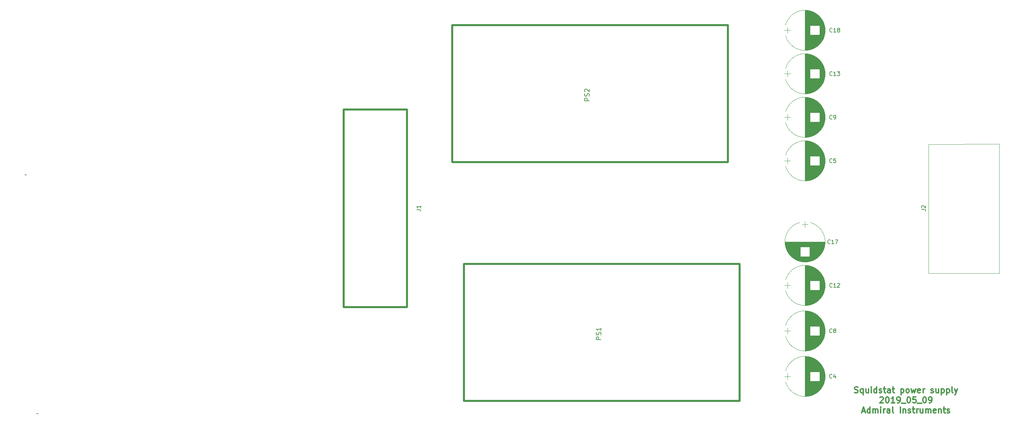
<source format=gbr>
G04 #@! TF.GenerationSoftware,KiCad,Pcbnew,(5.1.0)-1*
G04 #@! TF.CreationDate,2019-05-17T11:45:57-07:00*
G04 #@! TF.ProjectId,pwr supply rev 4,70777220-7375-4707-906c-792072657620,rev?*
G04 #@! TF.SameCoordinates,Original*
G04 #@! TF.FileFunction,Legend,Top*
G04 #@! TF.FilePolarity,Positive*
%FSLAX46Y46*%
G04 Gerber Fmt 4.6, Leading zero omitted, Abs format (unit mm)*
G04 Created by KiCad (PCBNEW (5.1.0)-1) date 2019-05-17 11:45:57*
%MOMM*%
%LPD*%
G04 APERTURE LIST*
%ADD10C,0.300000*%
%ADD11C,0.120000*%
%ADD12C,0.500000*%
%ADD13C,0.150000*%
G04 APERTURE END LIST*
D10*
X132535714Y-106557142D02*
X132750000Y-106628571D01*
X133107142Y-106628571D01*
X133250000Y-106557142D01*
X133321428Y-106485714D01*
X133392857Y-106342857D01*
X133392857Y-106200000D01*
X133321428Y-106057142D01*
X133250000Y-105985714D01*
X133107142Y-105914285D01*
X132821428Y-105842857D01*
X132678571Y-105771428D01*
X132607142Y-105700000D01*
X132535714Y-105557142D01*
X132535714Y-105414285D01*
X132607142Y-105271428D01*
X132678571Y-105200000D01*
X132821428Y-105128571D01*
X133178571Y-105128571D01*
X133392857Y-105200000D01*
X134678571Y-105628571D02*
X134678571Y-107128571D01*
X134678571Y-106557142D02*
X134535714Y-106628571D01*
X134250000Y-106628571D01*
X134107142Y-106557142D01*
X134035714Y-106485714D01*
X133964285Y-106342857D01*
X133964285Y-105914285D01*
X134035714Y-105771428D01*
X134107142Y-105700000D01*
X134250000Y-105628571D01*
X134535714Y-105628571D01*
X134678571Y-105700000D01*
X136035714Y-105628571D02*
X136035714Y-106628571D01*
X135392857Y-105628571D02*
X135392857Y-106414285D01*
X135464285Y-106557142D01*
X135607142Y-106628571D01*
X135821428Y-106628571D01*
X135964285Y-106557142D01*
X136035714Y-106485714D01*
X136750000Y-106628571D02*
X136750000Y-105628571D01*
X136750000Y-105128571D02*
X136678571Y-105200000D01*
X136750000Y-105271428D01*
X136821428Y-105200000D01*
X136750000Y-105128571D01*
X136750000Y-105271428D01*
X138107142Y-106628571D02*
X138107142Y-105128571D01*
X138107142Y-106557142D02*
X137964285Y-106628571D01*
X137678571Y-106628571D01*
X137535714Y-106557142D01*
X137464285Y-106485714D01*
X137392857Y-106342857D01*
X137392857Y-105914285D01*
X137464285Y-105771428D01*
X137535714Y-105700000D01*
X137678571Y-105628571D01*
X137964285Y-105628571D01*
X138107142Y-105700000D01*
X138750000Y-106557142D02*
X138892857Y-106628571D01*
X139178571Y-106628571D01*
X139321428Y-106557142D01*
X139392857Y-106414285D01*
X139392857Y-106342857D01*
X139321428Y-106200000D01*
X139178571Y-106128571D01*
X138964285Y-106128571D01*
X138821428Y-106057142D01*
X138750000Y-105914285D01*
X138750000Y-105842857D01*
X138821428Y-105700000D01*
X138964285Y-105628571D01*
X139178571Y-105628571D01*
X139321428Y-105700000D01*
X139821428Y-105628571D02*
X140392857Y-105628571D01*
X140035714Y-105128571D02*
X140035714Y-106414285D01*
X140107142Y-106557142D01*
X140250000Y-106628571D01*
X140392857Y-106628571D01*
X141535714Y-106628571D02*
X141535714Y-105842857D01*
X141464285Y-105700000D01*
X141321428Y-105628571D01*
X141035714Y-105628571D01*
X140892857Y-105700000D01*
X141535714Y-106557142D02*
X141392857Y-106628571D01*
X141035714Y-106628571D01*
X140892857Y-106557142D01*
X140821428Y-106414285D01*
X140821428Y-106271428D01*
X140892857Y-106128571D01*
X141035714Y-106057142D01*
X141392857Y-106057142D01*
X141535714Y-105985714D01*
X142035714Y-105628571D02*
X142607142Y-105628571D01*
X142250000Y-105128571D02*
X142250000Y-106414285D01*
X142321428Y-106557142D01*
X142464285Y-106628571D01*
X142607142Y-106628571D01*
X144250000Y-105628571D02*
X144250000Y-107128571D01*
X144250000Y-105700000D02*
X144392857Y-105628571D01*
X144678571Y-105628571D01*
X144821428Y-105700000D01*
X144892857Y-105771428D01*
X144964285Y-105914285D01*
X144964285Y-106342857D01*
X144892857Y-106485714D01*
X144821428Y-106557142D01*
X144678571Y-106628571D01*
X144392857Y-106628571D01*
X144250000Y-106557142D01*
X145821428Y-106628571D02*
X145678571Y-106557142D01*
X145607142Y-106485714D01*
X145535714Y-106342857D01*
X145535714Y-105914285D01*
X145607142Y-105771428D01*
X145678571Y-105700000D01*
X145821428Y-105628571D01*
X146035714Y-105628571D01*
X146178571Y-105700000D01*
X146250000Y-105771428D01*
X146321428Y-105914285D01*
X146321428Y-106342857D01*
X146250000Y-106485714D01*
X146178571Y-106557142D01*
X146035714Y-106628571D01*
X145821428Y-106628571D01*
X146821428Y-105628571D02*
X147107142Y-106628571D01*
X147392857Y-105914285D01*
X147678571Y-106628571D01*
X147964285Y-105628571D01*
X149107142Y-106557142D02*
X148964285Y-106628571D01*
X148678571Y-106628571D01*
X148535714Y-106557142D01*
X148464285Y-106414285D01*
X148464285Y-105842857D01*
X148535714Y-105700000D01*
X148678571Y-105628571D01*
X148964285Y-105628571D01*
X149107142Y-105700000D01*
X149178571Y-105842857D01*
X149178571Y-105985714D01*
X148464285Y-106128571D01*
X149821428Y-106628571D02*
X149821428Y-105628571D01*
X149821428Y-105914285D02*
X149892857Y-105771428D01*
X149964285Y-105700000D01*
X150107142Y-105628571D01*
X150250000Y-105628571D01*
X151821428Y-106557142D02*
X151964285Y-106628571D01*
X152250000Y-106628571D01*
X152392857Y-106557142D01*
X152464285Y-106414285D01*
X152464285Y-106342857D01*
X152392857Y-106200000D01*
X152250000Y-106128571D01*
X152035714Y-106128571D01*
X151892857Y-106057142D01*
X151821428Y-105914285D01*
X151821428Y-105842857D01*
X151892857Y-105700000D01*
X152035714Y-105628571D01*
X152250000Y-105628571D01*
X152392857Y-105700000D01*
X153750000Y-105628571D02*
X153750000Y-106628571D01*
X153107142Y-105628571D02*
X153107142Y-106414285D01*
X153178571Y-106557142D01*
X153321428Y-106628571D01*
X153535714Y-106628571D01*
X153678571Y-106557142D01*
X153750000Y-106485714D01*
X154464285Y-105628571D02*
X154464285Y-107128571D01*
X154464285Y-105700000D02*
X154607142Y-105628571D01*
X154892857Y-105628571D01*
X155035714Y-105700000D01*
X155107142Y-105771428D01*
X155178571Y-105914285D01*
X155178571Y-106342857D01*
X155107142Y-106485714D01*
X155035714Y-106557142D01*
X154892857Y-106628571D01*
X154607142Y-106628571D01*
X154464285Y-106557142D01*
X155821428Y-105628571D02*
X155821428Y-107128571D01*
X155821428Y-105700000D02*
X155964285Y-105628571D01*
X156250000Y-105628571D01*
X156392857Y-105700000D01*
X156464285Y-105771428D01*
X156535714Y-105914285D01*
X156535714Y-106342857D01*
X156464285Y-106485714D01*
X156392857Y-106557142D01*
X156250000Y-106628571D01*
X155964285Y-106628571D01*
X155821428Y-106557142D01*
X157392857Y-106628571D02*
X157250000Y-106557142D01*
X157178571Y-106414285D01*
X157178571Y-105128571D01*
X157821428Y-105628571D02*
X158178571Y-106628571D01*
X158535714Y-105628571D02*
X158178571Y-106628571D01*
X158035714Y-106985714D01*
X157964285Y-107057142D01*
X157821428Y-107128571D01*
X138928571Y-107821428D02*
X139000000Y-107750000D01*
X139142857Y-107678571D01*
X139500000Y-107678571D01*
X139642857Y-107750000D01*
X139714285Y-107821428D01*
X139785714Y-107964285D01*
X139785714Y-108107142D01*
X139714285Y-108321428D01*
X138857142Y-109178571D01*
X139785714Y-109178571D01*
X140714285Y-107678571D02*
X140857142Y-107678571D01*
X141000000Y-107750000D01*
X141071428Y-107821428D01*
X141142857Y-107964285D01*
X141214285Y-108250000D01*
X141214285Y-108607142D01*
X141142857Y-108892857D01*
X141071428Y-109035714D01*
X141000000Y-109107142D01*
X140857142Y-109178571D01*
X140714285Y-109178571D01*
X140571428Y-109107142D01*
X140500000Y-109035714D01*
X140428571Y-108892857D01*
X140357142Y-108607142D01*
X140357142Y-108250000D01*
X140428571Y-107964285D01*
X140500000Y-107821428D01*
X140571428Y-107750000D01*
X140714285Y-107678571D01*
X142642857Y-109178571D02*
X141785714Y-109178571D01*
X142214285Y-109178571D02*
X142214285Y-107678571D01*
X142071428Y-107892857D01*
X141928571Y-108035714D01*
X141785714Y-108107142D01*
X143357142Y-109178571D02*
X143642857Y-109178571D01*
X143785714Y-109107142D01*
X143857142Y-109035714D01*
X144000000Y-108821428D01*
X144071428Y-108535714D01*
X144071428Y-107964285D01*
X144000000Y-107821428D01*
X143928571Y-107750000D01*
X143785714Y-107678571D01*
X143500000Y-107678571D01*
X143357142Y-107750000D01*
X143285714Y-107821428D01*
X143214285Y-107964285D01*
X143214285Y-108321428D01*
X143285714Y-108464285D01*
X143357142Y-108535714D01*
X143500000Y-108607142D01*
X143785714Y-108607142D01*
X143928571Y-108535714D01*
X144000000Y-108464285D01*
X144071428Y-108321428D01*
X144357142Y-109321428D02*
X145500000Y-109321428D01*
X146142857Y-107678571D02*
X146285714Y-107678571D01*
X146428571Y-107750000D01*
X146500000Y-107821428D01*
X146571428Y-107964285D01*
X146642857Y-108250000D01*
X146642857Y-108607142D01*
X146571428Y-108892857D01*
X146500000Y-109035714D01*
X146428571Y-109107142D01*
X146285714Y-109178571D01*
X146142857Y-109178571D01*
X146000000Y-109107142D01*
X145928571Y-109035714D01*
X145857142Y-108892857D01*
X145785714Y-108607142D01*
X145785714Y-108250000D01*
X145857142Y-107964285D01*
X145928571Y-107821428D01*
X146000000Y-107750000D01*
X146142857Y-107678571D01*
X148000000Y-107678571D02*
X147285714Y-107678571D01*
X147214285Y-108392857D01*
X147285714Y-108321428D01*
X147428571Y-108250000D01*
X147785714Y-108250000D01*
X147928571Y-108321428D01*
X148000000Y-108392857D01*
X148071428Y-108535714D01*
X148071428Y-108892857D01*
X148000000Y-109035714D01*
X147928571Y-109107142D01*
X147785714Y-109178571D01*
X147428571Y-109178571D01*
X147285714Y-109107142D01*
X147214285Y-109035714D01*
X148357142Y-109321428D02*
X149500000Y-109321428D01*
X150142857Y-107678571D02*
X150285714Y-107678571D01*
X150428571Y-107750000D01*
X150500000Y-107821428D01*
X150571428Y-107964285D01*
X150642857Y-108250000D01*
X150642857Y-108607142D01*
X150571428Y-108892857D01*
X150500000Y-109035714D01*
X150428571Y-109107142D01*
X150285714Y-109178571D01*
X150142857Y-109178571D01*
X150000000Y-109107142D01*
X149928571Y-109035714D01*
X149857142Y-108892857D01*
X149785714Y-108607142D01*
X149785714Y-108250000D01*
X149857142Y-107964285D01*
X149928571Y-107821428D01*
X150000000Y-107750000D01*
X150142857Y-107678571D01*
X151357142Y-109178571D02*
X151642857Y-109178571D01*
X151785714Y-109107142D01*
X151857142Y-109035714D01*
X152000000Y-108821428D01*
X152071428Y-108535714D01*
X152071428Y-107964285D01*
X152000000Y-107821428D01*
X151928571Y-107750000D01*
X151785714Y-107678571D01*
X151500000Y-107678571D01*
X151357142Y-107750000D01*
X151285714Y-107821428D01*
X151214285Y-107964285D01*
X151214285Y-108321428D01*
X151285714Y-108464285D01*
X151357142Y-108535714D01*
X151500000Y-108607142D01*
X151785714Y-108607142D01*
X151928571Y-108535714D01*
X152000000Y-108464285D01*
X152071428Y-108321428D01*
X134428571Y-111300000D02*
X135142857Y-111300000D01*
X134285714Y-111728571D02*
X134785714Y-110228571D01*
X135285714Y-111728571D01*
X136428571Y-111728571D02*
X136428571Y-110228571D01*
X136428571Y-111657142D02*
X136285714Y-111728571D01*
X136000000Y-111728571D01*
X135857142Y-111657142D01*
X135785714Y-111585714D01*
X135714285Y-111442857D01*
X135714285Y-111014285D01*
X135785714Y-110871428D01*
X135857142Y-110800000D01*
X136000000Y-110728571D01*
X136285714Y-110728571D01*
X136428571Y-110800000D01*
X137142857Y-111728571D02*
X137142857Y-110728571D01*
X137142857Y-110871428D02*
X137214285Y-110800000D01*
X137357142Y-110728571D01*
X137571428Y-110728571D01*
X137714285Y-110800000D01*
X137785714Y-110942857D01*
X137785714Y-111728571D01*
X137785714Y-110942857D02*
X137857142Y-110800000D01*
X138000000Y-110728571D01*
X138214285Y-110728571D01*
X138357142Y-110800000D01*
X138428571Y-110942857D01*
X138428571Y-111728571D01*
X139142857Y-111728571D02*
X139142857Y-110728571D01*
X139142857Y-110228571D02*
X139071428Y-110300000D01*
X139142857Y-110371428D01*
X139214285Y-110300000D01*
X139142857Y-110228571D01*
X139142857Y-110371428D01*
X139857142Y-111728571D02*
X139857142Y-110728571D01*
X139857142Y-111014285D02*
X139928571Y-110871428D01*
X140000000Y-110800000D01*
X140142857Y-110728571D01*
X140285714Y-110728571D01*
X141428571Y-111728571D02*
X141428571Y-110942857D01*
X141357142Y-110800000D01*
X141214285Y-110728571D01*
X140928571Y-110728571D01*
X140785714Y-110800000D01*
X141428571Y-111657142D02*
X141285714Y-111728571D01*
X140928571Y-111728571D01*
X140785714Y-111657142D01*
X140714285Y-111514285D01*
X140714285Y-111371428D01*
X140785714Y-111228571D01*
X140928571Y-111157142D01*
X141285714Y-111157142D01*
X141428571Y-111085714D01*
X142357142Y-111728571D02*
X142214285Y-111657142D01*
X142142857Y-111514285D01*
X142142857Y-110228571D01*
X144071428Y-111728571D02*
X144071428Y-110228571D01*
X144785714Y-110728571D02*
X144785714Y-111728571D01*
X144785714Y-110871428D02*
X144857142Y-110800000D01*
X145000000Y-110728571D01*
X145214285Y-110728571D01*
X145357142Y-110800000D01*
X145428571Y-110942857D01*
X145428571Y-111728571D01*
X146071428Y-111657142D02*
X146214285Y-111728571D01*
X146500000Y-111728571D01*
X146642857Y-111657142D01*
X146714285Y-111514285D01*
X146714285Y-111442857D01*
X146642857Y-111300000D01*
X146500000Y-111228571D01*
X146285714Y-111228571D01*
X146142857Y-111157142D01*
X146071428Y-111014285D01*
X146071428Y-110942857D01*
X146142857Y-110800000D01*
X146285714Y-110728571D01*
X146500000Y-110728571D01*
X146642857Y-110800000D01*
X147142857Y-110728571D02*
X147714285Y-110728571D01*
X147357142Y-110228571D02*
X147357142Y-111514285D01*
X147428571Y-111657142D01*
X147571428Y-111728571D01*
X147714285Y-111728571D01*
X148214285Y-111728571D02*
X148214285Y-110728571D01*
X148214285Y-111014285D02*
X148285714Y-110871428D01*
X148357142Y-110800000D01*
X148500000Y-110728571D01*
X148642857Y-110728571D01*
X149785714Y-110728571D02*
X149785714Y-111728571D01*
X149142857Y-110728571D02*
X149142857Y-111514285D01*
X149214285Y-111657142D01*
X149357142Y-111728571D01*
X149571428Y-111728571D01*
X149714285Y-111657142D01*
X149785714Y-111585714D01*
X150500000Y-111728571D02*
X150500000Y-110728571D01*
X150500000Y-110871428D02*
X150571428Y-110800000D01*
X150714285Y-110728571D01*
X150928571Y-110728571D01*
X151071428Y-110800000D01*
X151142857Y-110942857D01*
X151142857Y-111728571D01*
X151142857Y-110942857D02*
X151214285Y-110800000D01*
X151357142Y-110728571D01*
X151571428Y-110728571D01*
X151714285Y-110800000D01*
X151785714Y-110942857D01*
X151785714Y-111728571D01*
X153071428Y-111657142D02*
X152928571Y-111728571D01*
X152642857Y-111728571D01*
X152500000Y-111657142D01*
X152428571Y-111514285D01*
X152428571Y-110942857D01*
X152500000Y-110800000D01*
X152642857Y-110728571D01*
X152928571Y-110728571D01*
X153071428Y-110800000D01*
X153142857Y-110942857D01*
X153142857Y-111085714D01*
X152428571Y-111228571D01*
X153785714Y-110728571D02*
X153785714Y-111728571D01*
X153785714Y-110871428D02*
X153857142Y-110800000D01*
X154000000Y-110728571D01*
X154214285Y-110728571D01*
X154357142Y-110800000D01*
X154428571Y-110942857D01*
X154428571Y-111728571D01*
X154928571Y-110728571D02*
X155500000Y-110728571D01*
X155142857Y-110228571D02*
X155142857Y-111514285D01*
X155214285Y-111657142D01*
X155357142Y-111728571D01*
X155500000Y-111728571D01*
X155928571Y-111657142D02*
X156071428Y-111728571D01*
X156357142Y-111728571D01*
X156500000Y-111657142D01*
X156571428Y-111514285D01*
X156571428Y-111442857D01*
X156500000Y-111300000D01*
X156357142Y-111228571D01*
X156142857Y-111228571D01*
X156000000Y-111157142D01*
X155928571Y-111014285D01*
X155928571Y-110942857D01*
X156000000Y-110800000D01*
X156142857Y-110728571D01*
X156357142Y-110728571D01*
X156500000Y-110800000D01*
D11*
X124898437Y-101116736D02*
G75*
G03X115100643Y-101120000I-4898437J-1383264D01*
G01*
X124898437Y-103883264D02*
G75*
G02X115100643Y-103880000I-4898437J1383264D01*
G01*
X124898437Y-103883264D02*
G75*
G03X124899357Y-101120000I-4898437J1383264D01*
G01*
X120000000Y-97450000D02*
X120000000Y-107550000D01*
X120040000Y-97450000D02*
X120040000Y-107550000D01*
X120080000Y-97450000D02*
X120080000Y-107550000D01*
X120120000Y-97451000D02*
X120120000Y-107549000D01*
X120160000Y-97452000D02*
X120160000Y-107548000D01*
X120200000Y-97453000D02*
X120200000Y-107547000D01*
X120240000Y-97455000D02*
X120240000Y-107545000D01*
X120280000Y-97457000D02*
X120280000Y-107543000D01*
X120320000Y-97460000D02*
X120320000Y-107540000D01*
X120360000Y-97462000D02*
X120360000Y-107538000D01*
X120400000Y-97465000D02*
X120400000Y-107535000D01*
X120440000Y-97469000D02*
X120440000Y-107531000D01*
X120480000Y-97472000D02*
X120480000Y-107528000D01*
X120520000Y-97476000D02*
X120520000Y-107524000D01*
X120560000Y-97480000D02*
X120560000Y-107520000D01*
X120600000Y-97485000D02*
X120600000Y-107515000D01*
X120640000Y-97490000D02*
X120640000Y-107510000D01*
X120680000Y-97495000D02*
X120680000Y-107505000D01*
X120721000Y-97501000D02*
X120721000Y-107499000D01*
X120761000Y-97507000D02*
X120761000Y-107493000D01*
X120801000Y-97513000D02*
X120801000Y-107487000D01*
X120841000Y-97519000D02*
X120841000Y-107481000D01*
X120881000Y-97526000D02*
X120881000Y-107474000D01*
X120921000Y-97533000D02*
X120921000Y-107467000D01*
X120961000Y-97541000D02*
X120961000Y-107459000D01*
X121001000Y-97549000D02*
X121001000Y-107451000D01*
X121041000Y-97557000D02*
X121041000Y-107443000D01*
X121081000Y-97565000D02*
X121081000Y-107435000D01*
X121121000Y-97574000D02*
X121121000Y-107426000D01*
X121161000Y-97583000D02*
X121161000Y-107417000D01*
X121201000Y-97593000D02*
X121201000Y-107407000D01*
X121241000Y-97603000D02*
X121241000Y-107397000D01*
X121281000Y-97613000D02*
X121281000Y-107387000D01*
X121321000Y-97624000D02*
X121321000Y-101319000D01*
X121321000Y-103681000D02*
X121321000Y-107376000D01*
X121361000Y-97635000D02*
X121361000Y-101319000D01*
X121361000Y-103681000D02*
X121361000Y-107365000D01*
X121401000Y-97646000D02*
X121401000Y-101319000D01*
X121401000Y-103681000D02*
X121401000Y-107354000D01*
X121441000Y-97657000D02*
X121441000Y-101319000D01*
X121441000Y-103681000D02*
X121441000Y-107343000D01*
X121481000Y-97669000D02*
X121481000Y-101319000D01*
X121481000Y-103681000D02*
X121481000Y-107331000D01*
X121521000Y-97682000D02*
X121521000Y-101319000D01*
X121521000Y-103681000D02*
X121521000Y-107318000D01*
X121561000Y-97694000D02*
X121561000Y-101319000D01*
X121561000Y-103681000D02*
X121561000Y-107306000D01*
X121601000Y-97708000D02*
X121601000Y-101319000D01*
X121601000Y-103681000D02*
X121601000Y-107292000D01*
X121641000Y-97721000D02*
X121641000Y-101319000D01*
X121641000Y-103681000D02*
X121641000Y-107279000D01*
X121681000Y-97735000D02*
X121681000Y-101319000D01*
X121681000Y-103681000D02*
X121681000Y-107265000D01*
X121721000Y-97749000D02*
X121721000Y-101319000D01*
X121721000Y-103681000D02*
X121721000Y-107251000D01*
X121761000Y-97763000D02*
X121761000Y-101319000D01*
X121761000Y-103681000D02*
X121761000Y-107237000D01*
X121801000Y-97778000D02*
X121801000Y-101319000D01*
X121801000Y-103681000D02*
X121801000Y-107222000D01*
X121841000Y-97794000D02*
X121841000Y-101319000D01*
X121841000Y-103681000D02*
X121841000Y-107206000D01*
X121881000Y-97809000D02*
X121881000Y-101319000D01*
X121881000Y-103681000D02*
X121881000Y-107191000D01*
X121921000Y-97826000D02*
X121921000Y-101319000D01*
X121921000Y-103681000D02*
X121921000Y-107174000D01*
X121961000Y-97842000D02*
X121961000Y-101319000D01*
X121961000Y-103681000D02*
X121961000Y-107158000D01*
X122001000Y-97859000D02*
X122001000Y-101319000D01*
X122001000Y-103681000D02*
X122001000Y-107141000D01*
X122041000Y-97876000D02*
X122041000Y-101319000D01*
X122041000Y-103681000D02*
X122041000Y-107124000D01*
X122081000Y-97894000D02*
X122081000Y-101319000D01*
X122081000Y-103681000D02*
X122081000Y-107106000D01*
X122121000Y-97912000D02*
X122121000Y-101319000D01*
X122121000Y-103681000D02*
X122121000Y-107088000D01*
X122161000Y-97931000D02*
X122161000Y-101319000D01*
X122161000Y-103681000D02*
X122161000Y-107069000D01*
X122201000Y-97950000D02*
X122201000Y-101319000D01*
X122201000Y-103681000D02*
X122201000Y-107050000D01*
X122241000Y-97969000D02*
X122241000Y-101319000D01*
X122241000Y-103681000D02*
X122241000Y-107031000D01*
X122281000Y-97989000D02*
X122281000Y-101319000D01*
X122281000Y-103681000D02*
X122281000Y-107011000D01*
X122321000Y-98009000D02*
X122321000Y-101319000D01*
X122321000Y-103681000D02*
X122321000Y-106991000D01*
X122361000Y-98030000D02*
X122361000Y-101319000D01*
X122361000Y-103681000D02*
X122361000Y-106970000D01*
X122401000Y-98051000D02*
X122401000Y-101319000D01*
X122401000Y-103681000D02*
X122401000Y-106949000D01*
X122441000Y-98072000D02*
X122441000Y-101319000D01*
X122441000Y-103681000D02*
X122441000Y-106928000D01*
X122481000Y-98095000D02*
X122481000Y-101319000D01*
X122481000Y-103681000D02*
X122481000Y-106905000D01*
X122521000Y-98117000D02*
X122521000Y-101319000D01*
X122521000Y-103681000D02*
X122521000Y-106883000D01*
X122561000Y-98140000D02*
X122561000Y-101319000D01*
X122561000Y-103681000D02*
X122561000Y-106860000D01*
X122601000Y-98164000D02*
X122601000Y-101319000D01*
X122601000Y-103681000D02*
X122601000Y-106836000D01*
X122641000Y-98188000D02*
X122641000Y-101319000D01*
X122641000Y-103681000D02*
X122641000Y-106812000D01*
X122681000Y-98212000D02*
X122681000Y-101319000D01*
X122681000Y-103681000D02*
X122681000Y-106788000D01*
X122721000Y-98237000D02*
X122721000Y-101319000D01*
X122721000Y-103681000D02*
X122721000Y-106763000D01*
X122761000Y-98263000D02*
X122761000Y-101319000D01*
X122761000Y-103681000D02*
X122761000Y-106737000D01*
X122801000Y-98289000D02*
X122801000Y-101319000D01*
X122801000Y-103681000D02*
X122801000Y-106711000D01*
X122841000Y-98315000D02*
X122841000Y-101319000D01*
X122841000Y-103681000D02*
X122841000Y-106685000D01*
X122881000Y-98343000D02*
X122881000Y-101319000D01*
X122881000Y-103681000D02*
X122881000Y-106657000D01*
X122921000Y-98370000D02*
X122921000Y-101319000D01*
X122921000Y-103681000D02*
X122921000Y-106630000D01*
X122961000Y-98399000D02*
X122961000Y-101319000D01*
X122961000Y-103681000D02*
X122961000Y-106601000D01*
X123001000Y-98428000D02*
X123001000Y-101319000D01*
X123001000Y-103681000D02*
X123001000Y-106572000D01*
X123041000Y-98457000D02*
X123041000Y-101319000D01*
X123041000Y-103681000D02*
X123041000Y-106543000D01*
X123081000Y-98487000D02*
X123081000Y-101319000D01*
X123081000Y-103681000D02*
X123081000Y-106513000D01*
X123121000Y-98518000D02*
X123121000Y-101319000D01*
X123121000Y-103681000D02*
X123121000Y-106482000D01*
X123161000Y-98549000D02*
X123161000Y-101319000D01*
X123161000Y-103681000D02*
X123161000Y-106451000D01*
X123201000Y-98581000D02*
X123201000Y-101319000D01*
X123201000Y-103681000D02*
X123201000Y-106419000D01*
X123241000Y-98614000D02*
X123241000Y-101319000D01*
X123241000Y-103681000D02*
X123241000Y-106386000D01*
X123281000Y-98647000D02*
X123281000Y-101319000D01*
X123281000Y-103681000D02*
X123281000Y-106353000D01*
X123321000Y-98681000D02*
X123321000Y-101319000D01*
X123321000Y-103681000D02*
X123321000Y-106319000D01*
X123361000Y-98716000D02*
X123361000Y-101319000D01*
X123361000Y-103681000D02*
X123361000Y-106284000D01*
X123401000Y-98752000D02*
X123401000Y-101319000D01*
X123401000Y-103681000D02*
X123401000Y-106248000D01*
X123441000Y-98788000D02*
X123441000Y-101319000D01*
X123441000Y-103681000D02*
X123441000Y-106212000D01*
X123481000Y-98825000D02*
X123481000Y-101319000D01*
X123481000Y-103681000D02*
X123481000Y-106175000D01*
X123521000Y-98863000D02*
X123521000Y-101319000D01*
X123521000Y-103681000D02*
X123521000Y-106137000D01*
X123561000Y-98902000D02*
X123561000Y-101319000D01*
X123561000Y-103681000D02*
X123561000Y-106098000D01*
X123601000Y-98941000D02*
X123601000Y-101319000D01*
X123601000Y-103681000D02*
X123601000Y-106059000D01*
X123641000Y-98982000D02*
X123641000Y-101319000D01*
X123641000Y-103681000D02*
X123641000Y-106018000D01*
X123681000Y-99023000D02*
X123681000Y-105977000D01*
X123721000Y-99065000D02*
X123721000Y-105935000D01*
X123761000Y-99109000D02*
X123761000Y-105891000D01*
X123801000Y-99153000D02*
X123801000Y-105847000D01*
X123841000Y-99198000D02*
X123841000Y-105802000D01*
X123881000Y-99245000D02*
X123881000Y-105755000D01*
X123921000Y-99293000D02*
X123921000Y-105707000D01*
X123961000Y-99342000D02*
X123961000Y-105658000D01*
X124001000Y-99392000D02*
X124001000Y-105608000D01*
X124041000Y-99443000D02*
X124041000Y-105557000D01*
X124081000Y-99496000D02*
X124081000Y-105504000D01*
X124121000Y-99551000D02*
X124121000Y-105449000D01*
X124161000Y-99606000D02*
X124161000Y-105394000D01*
X124201000Y-99664000D02*
X124201000Y-105336000D01*
X124241000Y-99723000D02*
X124241000Y-105277000D01*
X124281000Y-99785000D02*
X124281000Y-105215000D01*
X124321000Y-99848000D02*
X124321000Y-105152000D01*
X124361000Y-99913000D02*
X124361000Y-105087000D01*
X124401000Y-99981000D02*
X124401000Y-105019000D01*
X124441000Y-100051000D02*
X124441000Y-104949000D01*
X124481000Y-100123000D02*
X124481000Y-104877000D01*
X124521000Y-100199000D02*
X124521000Y-104801000D01*
X124561000Y-100278000D02*
X124561000Y-104722000D01*
X124601000Y-100360000D02*
X124601000Y-104640000D01*
X124641000Y-100447000D02*
X124641000Y-104553000D01*
X124681000Y-100538000D02*
X124681000Y-104462000D01*
X124721000Y-100634000D02*
X124721000Y-104366000D01*
X124761000Y-100737000D02*
X124761000Y-104263000D01*
X124801000Y-100846000D02*
X124801000Y-104154000D01*
X124841000Y-100964000D02*
X124841000Y-104036000D01*
X124881000Y-101093000D02*
X124881000Y-103907000D01*
X124921000Y-101235000D02*
X124921000Y-103765000D01*
X124961000Y-101396000D02*
X124961000Y-103604000D01*
X125001000Y-101587000D02*
X125001000Y-103413000D01*
X125041000Y-101828000D02*
X125041000Y-103172000D01*
X125081000Y-102221000D02*
X125081000Y-102779000D01*
X114800000Y-102500000D02*
X116300000Y-102500000D01*
X115550000Y-101750000D02*
X115550000Y-103250000D01*
X124898437Y-46616736D02*
G75*
G03X115100643Y-46620000I-4898437J-1383264D01*
G01*
X124898437Y-49383264D02*
G75*
G02X115100643Y-49380000I-4898437J1383264D01*
G01*
X124898437Y-49383264D02*
G75*
G03X124899357Y-46620000I-4898437J1383264D01*
G01*
X120000000Y-42950000D02*
X120000000Y-53050000D01*
X120040000Y-42950000D02*
X120040000Y-53050000D01*
X120080000Y-42950000D02*
X120080000Y-53050000D01*
X120120000Y-42951000D02*
X120120000Y-53049000D01*
X120160000Y-42952000D02*
X120160000Y-53048000D01*
X120200000Y-42953000D02*
X120200000Y-53047000D01*
X120240000Y-42955000D02*
X120240000Y-53045000D01*
X120280000Y-42957000D02*
X120280000Y-53043000D01*
X120320000Y-42960000D02*
X120320000Y-53040000D01*
X120360000Y-42962000D02*
X120360000Y-53038000D01*
X120400000Y-42965000D02*
X120400000Y-53035000D01*
X120440000Y-42969000D02*
X120440000Y-53031000D01*
X120480000Y-42972000D02*
X120480000Y-53028000D01*
X120520000Y-42976000D02*
X120520000Y-53024000D01*
X120560000Y-42980000D02*
X120560000Y-53020000D01*
X120600000Y-42985000D02*
X120600000Y-53015000D01*
X120640000Y-42990000D02*
X120640000Y-53010000D01*
X120680000Y-42995000D02*
X120680000Y-53005000D01*
X120721000Y-43001000D02*
X120721000Y-52999000D01*
X120761000Y-43007000D02*
X120761000Y-52993000D01*
X120801000Y-43013000D02*
X120801000Y-52987000D01*
X120841000Y-43019000D02*
X120841000Y-52981000D01*
X120881000Y-43026000D02*
X120881000Y-52974000D01*
X120921000Y-43033000D02*
X120921000Y-52967000D01*
X120961000Y-43041000D02*
X120961000Y-52959000D01*
X121001000Y-43049000D02*
X121001000Y-52951000D01*
X121041000Y-43057000D02*
X121041000Y-52943000D01*
X121081000Y-43065000D02*
X121081000Y-52935000D01*
X121121000Y-43074000D02*
X121121000Y-52926000D01*
X121161000Y-43083000D02*
X121161000Y-52917000D01*
X121201000Y-43093000D02*
X121201000Y-52907000D01*
X121241000Y-43103000D02*
X121241000Y-52897000D01*
X121281000Y-43113000D02*
X121281000Y-52887000D01*
X121321000Y-43124000D02*
X121321000Y-46819000D01*
X121321000Y-49181000D02*
X121321000Y-52876000D01*
X121361000Y-43135000D02*
X121361000Y-46819000D01*
X121361000Y-49181000D02*
X121361000Y-52865000D01*
X121401000Y-43146000D02*
X121401000Y-46819000D01*
X121401000Y-49181000D02*
X121401000Y-52854000D01*
X121441000Y-43157000D02*
X121441000Y-46819000D01*
X121441000Y-49181000D02*
X121441000Y-52843000D01*
X121481000Y-43169000D02*
X121481000Y-46819000D01*
X121481000Y-49181000D02*
X121481000Y-52831000D01*
X121521000Y-43182000D02*
X121521000Y-46819000D01*
X121521000Y-49181000D02*
X121521000Y-52818000D01*
X121561000Y-43194000D02*
X121561000Y-46819000D01*
X121561000Y-49181000D02*
X121561000Y-52806000D01*
X121601000Y-43208000D02*
X121601000Y-46819000D01*
X121601000Y-49181000D02*
X121601000Y-52792000D01*
X121641000Y-43221000D02*
X121641000Y-46819000D01*
X121641000Y-49181000D02*
X121641000Y-52779000D01*
X121681000Y-43235000D02*
X121681000Y-46819000D01*
X121681000Y-49181000D02*
X121681000Y-52765000D01*
X121721000Y-43249000D02*
X121721000Y-46819000D01*
X121721000Y-49181000D02*
X121721000Y-52751000D01*
X121761000Y-43263000D02*
X121761000Y-46819000D01*
X121761000Y-49181000D02*
X121761000Y-52737000D01*
X121801000Y-43278000D02*
X121801000Y-46819000D01*
X121801000Y-49181000D02*
X121801000Y-52722000D01*
X121841000Y-43294000D02*
X121841000Y-46819000D01*
X121841000Y-49181000D02*
X121841000Y-52706000D01*
X121881000Y-43309000D02*
X121881000Y-46819000D01*
X121881000Y-49181000D02*
X121881000Y-52691000D01*
X121921000Y-43326000D02*
X121921000Y-46819000D01*
X121921000Y-49181000D02*
X121921000Y-52674000D01*
X121961000Y-43342000D02*
X121961000Y-46819000D01*
X121961000Y-49181000D02*
X121961000Y-52658000D01*
X122001000Y-43359000D02*
X122001000Y-46819000D01*
X122001000Y-49181000D02*
X122001000Y-52641000D01*
X122041000Y-43376000D02*
X122041000Y-46819000D01*
X122041000Y-49181000D02*
X122041000Y-52624000D01*
X122081000Y-43394000D02*
X122081000Y-46819000D01*
X122081000Y-49181000D02*
X122081000Y-52606000D01*
X122121000Y-43412000D02*
X122121000Y-46819000D01*
X122121000Y-49181000D02*
X122121000Y-52588000D01*
X122161000Y-43431000D02*
X122161000Y-46819000D01*
X122161000Y-49181000D02*
X122161000Y-52569000D01*
X122201000Y-43450000D02*
X122201000Y-46819000D01*
X122201000Y-49181000D02*
X122201000Y-52550000D01*
X122241000Y-43469000D02*
X122241000Y-46819000D01*
X122241000Y-49181000D02*
X122241000Y-52531000D01*
X122281000Y-43489000D02*
X122281000Y-46819000D01*
X122281000Y-49181000D02*
X122281000Y-52511000D01*
X122321000Y-43509000D02*
X122321000Y-46819000D01*
X122321000Y-49181000D02*
X122321000Y-52491000D01*
X122361000Y-43530000D02*
X122361000Y-46819000D01*
X122361000Y-49181000D02*
X122361000Y-52470000D01*
X122401000Y-43551000D02*
X122401000Y-46819000D01*
X122401000Y-49181000D02*
X122401000Y-52449000D01*
X122441000Y-43572000D02*
X122441000Y-46819000D01*
X122441000Y-49181000D02*
X122441000Y-52428000D01*
X122481000Y-43595000D02*
X122481000Y-46819000D01*
X122481000Y-49181000D02*
X122481000Y-52405000D01*
X122521000Y-43617000D02*
X122521000Y-46819000D01*
X122521000Y-49181000D02*
X122521000Y-52383000D01*
X122561000Y-43640000D02*
X122561000Y-46819000D01*
X122561000Y-49181000D02*
X122561000Y-52360000D01*
X122601000Y-43664000D02*
X122601000Y-46819000D01*
X122601000Y-49181000D02*
X122601000Y-52336000D01*
X122641000Y-43688000D02*
X122641000Y-46819000D01*
X122641000Y-49181000D02*
X122641000Y-52312000D01*
X122681000Y-43712000D02*
X122681000Y-46819000D01*
X122681000Y-49181000D02*
X122681000Y-52288000D01*
X122721000Y-43737000D02*
X122721000Y-46819000D01*
X122721000Y-49181000D02*
X122721000Y-52263000D01*
X122761000Y-43763000D02*
X122761000Y-46819000D01*
X122761000Y-49181000D02*
X122761000Y-52237000D01*
X122801000Y-43789000D02*
X122801000Y-46819000D01*
X122801000Y-49181000D02*
X122801000Y-52211000D01*
X122841000Y-43815000D02*
X122841000Y-46819000D01*
X122841000Y-49181000D02*
X122841000Y-52185000D01*
X122881000Y-43843000D02*
X122881000Y-46819000D01*
X122881000Y-49181000D02*
X122881000Y-52157000D01*
X122921000Y-43870000D02*
X122921000Y-46819000D01*
X122921000Y-49181000D02*
X122921000Y-52130000D01*
X122961000Y-43899000D02*
X122961000Y-46819000D01*
X122961000Y-49181000D02*
X122961000Y-52101000D01*
X123001000Y-43928000D02*
X123001000Y-46819000D01*
X123001000Y-49181000D02*
X123001000Y-52072000D01*
X123041000Y-43957000D02*
X123041000Y-46819000D01*
X123041000Y-49181000D02*
X123041000Y-52043000D01*
X123081000Y-43987000D02*
X123081000Y-46819000D01*
X123081000Y-49181000D02*
X123081000Y-52013000D01*
X123121000Y-44018000D02*
X123121000Y-46819000D01*
X123121000Y-49181000D02*
X123121000Y-51982000D01*
X123161000Y-44049000D02*
X123161000Y-46819000D01*
X123161000Y-49181000D02*
X123161000Y-51951000D01*
X123201000Y-44081000D02*
X123201000Y-46819000D01*
X123201000Y-49181000D02*
X123201000Y-51919000D01*
X123241000Y-44114000D02*
X123241000Y-46819000D01*
X123241000Y-49181000D02*
X123241000Y-51886000D01*
X123281000Y-44147000D02*
X123281000Y-46819000D01*
X123281000Y-49181000D02*
X123281000Y-51853000D01*
X123321000Y-44181000D02*
X123321000Y-46819000D01*
X123321000Y-49181000D02*
X123321000Y-51819000D01*
X123361000Y-44216000D02*
X123361000Y-46819000D01*
X123361000Y-49181000D02*
X123361000Y-51784000D01*
X123401000Y-44252000D02*
X123401000Y-46819000D01*
X123401000Y-49181000D02*
X123401000Y-51748000D01*
X123441000Y-44288000D02*
X123441000Y-46819000D01*
X123441000Y-49181000D02*
X123441000Y-51712000D01*
X123481000Y-44325000D02*
X123481000Y-46819000D01*
X123481000Y-49181000D02*
X123481000Y-51675000D01*
X123521000Y-44363000D02*
X123521000Y-46819000D01*
X123521000Y-49181000D02*
X123521000Y-51637000D01*
X123561000Y-44402000D02*
X123561000Y-46819000D01*
X123561000Y-49181000D02*
X123561000Y-51598000D01*
X123601000Y-44441000D02*
X123601000Y-46819000D01*
X123601000Y-49181000D02*
X123601000Y-51559000D01*
X123641000Y-44482000D02*
X123641000Y-46819000D01*
X123641000Y-49181000D02*
X123641000Y-51518000D01*
X123681000Y-44523000D02*
X123681000Y-51477000D01*
X123721000Y-44565000D02*
X123721000Y-51435000D01*
X123761000Y-44609000D02*
X123761000Y-51391000D01*
X123801000Y-44653000D02*
X123801000Y-51347000D01*
X123841000Y-44698000D02*
X123841000Y-51302000D01*
X123881000Y-44745000D02*
X123881000Y-51255000D01*
X123921000Y-44793000D02*
X123921000Y-51207000D01*
X123961000Y-44842000D02*
X123961000Y-51158000D01*
X124001000Y-44892000D02*
X124001000Y-51108000D01*
X124041000Y-44943000D02*
X124041000Y-51057000D01*
X124081000Y-44996000D02*
X124081000Y-51004000D01*
X124121000Y-45051000D02*
X124121000Y-50949000D01*
X124161000Y-45106000D02*
X124161000Y-50894000D01*
X124201000Y-45164000D02*
X124201000Y-50836000D01*
X124241000Y-45223000D02*
X124241000Y-50777000D01*
X124281000Y-45285000D02*
X124281000Y-50715000D01*
X124321000Y-45348000D02*
X124321000Y-50652000D01*
X124361000Y-45413000D02*
X124361000Y-50587000D01*
X124401000Y-45481000D02*
X124401000Y-50519000D01*
X124441000Y-45551000D02*
X124441000Y-50449000D01*
X124481000Y-45623000D02*
X124481000Y-50377000D01*
X124521000Y-45699000D02*
X124521000Y-50301000D01*
X124561000Y-45778000D02*
X124561000Y-50222000D01*
X124601000Y-45860000D02*
X124601000Y-50140000D01*
X124641000Y-45947000D02*
X124641000Y-50053000D01*
X124681000Y-46038000D02*
X124681000Y-49962000D01*
X124721000Y-46134000D02*
X124721000Y-49866000D01*
X124761000Y-46237000D02*
X124761000Y-49763000D01*
X124801000Y-46346000D02*
X124801000Y-49654000D01*
X124841000Y-46464000D02*
X124841000Y-49536000D01*
X124881000Y-46593000D02*
X124881000Y-49407000D01*
X124921000Y-46735000D02*
X124921000Y-49265000D01*
X124961000Y-46896000D02*
X124961000Y-49104000D01*
X125001000Y-47087000D02*
X125001000Y-48913000D01*
X125041000Y-47328000D02*
X125041000Y-48672000D01*
X125081000Y-47721000D02*
X125081000Y-48279000D01*
X114800000Y-48000000D02*
X116300000Y-48000000D01*
X115550000Y-47250000D02*
X115550000Y-48750000D01*
X124898437Y-89616736D02*
G75*
G03X115100643Y-89620000I-4898437J-1383264D01*
G01*
X124898437Y-92383264D02*
G75*
G02X115100643Y-92380000I-4898437J1383264D01*
G01*
X124898437Y-92383264D02*
G75*
G03X124899357Y-89620000I-4898437J1383264D01*
G01*
X120000000Y-85950000D02*
X120000000Y-96050000D01*
X120040000Y-85950000D02*
X120040000Y-96050000D01*
X120080000Y-85950000D02*
X120080000Y-96050000D01*
X120120000Y-85951000D02*
X120120000Y-96049000D01*
X120160000Y-85952000D02*
X120160000Y-96048000D01*
X120200000Y-85953000D02*
X120200000Y-96047000D01*
X120240000Y-85955000D02*
X120240000Y-96045000D01*
X120280000Y-85957000D02*
X120280000Y-96043000D01*
X120320000Y-85960000D02*
X120320000Y-96040000D01*
X120360000Y-85962000D02*
X120360000Y-96038000D01*
X120400000Y-85965000D02*
X120400000Y-96035000D01*
X120440000Y-85969000D02*
X120440000Y-96031000D01*
X120480000Y-85972000D02*
X120480000Y-96028000D01*
X120520000Y-85976000D02*
X120520000Y-96024000D01*
X120560000Y-85980000D02*
X120560000Y-96020000D01*
X120600000Y-85985000D02*
X120600000Y-96015000D01*
X120640000Y-85990000D02*
X120640000Y-96010000D01*
X120680000Y-85995000D02*
X120680000Y-96005000D01*
X120721000Y-86001000D02*
X120721000Y-95999000D01*
X120761000Y-86007000D02*
X120761000Y-95993000D01*
X120801000Y-86013000D02*
X120801000Y-95987000D01*
X120841000Y-86019000D02*
X120841000Y-95981000D01*
X120881000Y-86026000D02*
X120881000Y-95974000D01*
X120921000Y-86033000D02*
X120921000Y-95967000D01*
X120961000Y-86041000D02*
X120961000Y-95959000D01*
X121001000Y-86049000D02*
X121001000Y-95951000D01*
X121041000Y-86057000D02*
X121041000Y-95943000D01*
X121081000Y-86065000D02*
X121081000Y-95935000D01*
X121121000Y-86074000D02*
X121121000Y-95926000D01*
X121161000Y-86083000D02*
X121161000Y-95917000D01*
X121201000Y-86093000D02*
X121201000Y-95907000D01*
X121241000Y-86103000D02*
X121241000Y-95897000D01*
X121281000Y-86113000D02*
X121281000Y-95887000D01*
X121321000Y-86124000D02*
X121321000Y-89819000D01*
X121321000Y-92181000D02*
X121321000Y-95876000D01*
X121361000Y-86135000D02*
X121361000Y-89819000D01*
X121361000Y-92181000D02*
X121361000Y-95865000D01*
X121401000Y-86146000D02*
X121401000Y-89819000D01*
X121401000Y-92181000D02*
X121401000Y-95854000D01*
X121441000Y-86157000D02*
X121441000Y-89819000D01*
X121441000Y-92181000D02*
X121441000Y-95843000D01*
X121481000Y-86169000D02*
X121481000Y-89819000D01*
X121481000Y-92181000D02*
X121481000Y-95831000D01*
X121521000Y-86182000D02*
X121521000Y-89819000D01*
X121521000Y-92181000D02*
X121521000Y-95818000D01*
X121561000Y-86194000D02*
X121561000Y-89819000D01*
X121561000Y-92181000D02*
X121561000Y-95806000D01*
X121601000Y-86208000D02*
X121601000Y-89819000D01*
X121601000Y-92181000D02*
X121601000Y-95792000D01*
X121641000Y-86221000D02*
X121641000Y-89819000D01*
X121641000Y-92181000D02*
X121641000Y-95779000D01*
X121681000Y-86235000D02*
X121681000Y-89819000D01*
X121681000Y-92181000D02*
X121681000Y-95765000D01*
X121721000Y-86249000D02*
X121721000Y-89819000D01*
X121721000Y-92181000D02*
X121721000Y-95751000D01*
X121761000Y-86263000D02*
X121761000Y-89819000D01*
X121761000Y-92181000D02*
X121761000Y-95737000D01*
X121801000Y-86278000D02*
X121801000Y-89819000D01*
X121801000Y-92181000D02*
X121801000Y-95722000D01*
X121841000Y-86294000D02*
X121841000Y-89819000D01*
X121841000Y-92181000D02*
X121841000Y-95706000D01*
X121881000Y-86309000D02*
X121881000Y-89819000D01*
X121881000Y-92181000D02*
X121881000Y-95691000D01*
X121921000Y-86326000D02*
X121921000Y-89819000D01*
X121921000Y-92181000D02*
X121921000Y-95674000D01*
X121961000Y-86342000D02*
X121961000Y-89819000D01*
X121961000Y-92181000D02*
X121961000Y-95658000D01*
X122001000Y-86359000D02*
X122001000Y-89819000D01*
X122001000Y-92181000D02*
X122001000Y-95641000D01*
X122041000Y-86376000D02*
X122041000Y-89819000D01*
X122041000Y-92181000D02*
X122041000Y-95624000D01*
X122081000Y-86394000D02*
X122081000Y-89819000D01*
X122081000Y-92181000D02*
X122081000Y-95606000D01*
X122121000Y-86412000D02*
X122121000Y-89819000D01*
X122121000Y-92181000D02*
X122121000Y-95588000D01*
X122161000Y-86431000D02*
X122161000Y-89819000D01*
X122161000Y-92181000D02*
X122161000Y-95569000D01*
X122201000Y-86450000D02*
X122201000Y-89819000D01*
X122201000Y-92181000D02*
X122201000Y-95550000D01*
X122241000Y-86469000D02*
X122241000Y-89819000D01*
X122241000Y-92181000D02*
X122241000Y-95531000D01*
X122281000Y-86489000D02*
X122281000Y-89819000D01*
X122281000Y-92181000D02*
X122281000Y-95511000D01*
X122321000Y-86509000D02*
X122321000Y-89819000D01*
X122321000Y-92181000D02*
X122321000Y-95491000D01*
X122361000Y-86530000D02*
X122361000Y-89819000D01*
X122361000Y-92181000D02*
X122361000Y-95470000D01*
X122401000Y-86551000D02*
X122401000Y-89819000D01*
X122401000Y-92181000D02*
X122401000Y-95449000D01*
X122441000Y-86572000D02*
X122441000Y-89819000D01*
X122441000Y-92181000D02*
X122441000Y-95428000D01*
X122481000Y-86595000D02*
X122481000Y-89819000D01*
X122481000Y-92181000D02*
X122481000Y-95405000D01*
X122521000Y-86617000D02*
X122521000Y-89819000D01*
X122521000Y-92181000D02*
X122521000Y-95383000D01*
X122561000Y-86640000D02*
X122561000Y-89819000D01*
X122561000Y-92181000D02*
X122561000Y-95360000D01*
X122601000Y-86664000D02*
X122601000Y-89819000D01*
X122601000Y-92181000D02*
X122601000Y-95336000D01*
X122641000Y-86688000D02*
X122641000Y-89819000D01*
X122641000Y-92181000D02*
X122641000Y-95312000D01*
X122681000Y-86712000D02*
X122681000Y-89819000D01*
X122681000Y-92181000D02*
X122681000Y-95288000D01*
X122721000Y-86737000D02*
X122721000Y-89819000D01*
X122721000Y-92181000D02*
X122721000Y-95263000D01*
X122761000Y-86763000D02*
X122761000Y-89819000D01*
X122761000Y-92181000D02*
X122761000Y-95237000D01*
X122801000Y-86789000D02*
X122801000Y-89819000D01*
X122801000Y-92181000D02*
X122801000Y-95211000D01*
X122841000Y-86815000D02*
X122841000Y-89819000D01*
X122841000Y-92181000D02*
X122841000Y-95185000D01*
X122881000Y-86843000D02*
X122881000Y-89819000D01*
X122881000Y-92181000D02*
X122881000Y-95157000D01*
X122921000Y-86870000D02*
X122921000Y-89819000D01*
X122921000Y-92181000D02*
X122921000Y-95130000D01*
X122961000Y-86899000D02*
X122961000Y-89819000D01*
X122961000Y-92181000D02*
X122961000Y-95101000D01*
X123001000Y-86928000D02*
X123001000Y-89819000D01*
X123001000Y-92181000D02*
X123001000Y-95072000D01*
X123041000Y-86957000D02*
X123041000Y-89819000D01*
X123041000Y-92181000D02*
X123041000Y-95043000D01*
X123081000Y-86987000D02*
X123081000Y-89819000D01*
X123081000Y-92181000D02*
X123081000Y-95013000D01*
X123121000Y-87018000D02*
X123121000Y-89819000D01*
X123121000Y-92181000D02*
X123121000Y-94982000D01*
X123161000Y-87049000D02*
X123161000Y-89819000D01*
X123161000Y-92181000D02*
X123161000Y-94951000D01*
X123201000Y-87081000D02*
X123201000Y-89819000D01*
X123201000Y-92181000D02*
X123201000Y-94919000D01*
X123241000Y-87114000D02*
X123241000Y-89819000D01*
X123241000Y-92181000D02*
X123241000Y-94886000D01*
X123281000Y-87147000D02*
X123281000Y-89819000D01*
X123281000Y-92181000D02*
X123281000Y-94853000D01*
X123321000Y-87181000D02*
X123321000Y-89819000D01*
X123321000Y-92181000D02*
X123321000Y-94819000D01*
X123361000Y-87216000D02*
X123361000Y-89819000D01*
X123361000Y-92181000D02*
X123361000Y-94784000D01*
X123401000Y-87252000D02*
X123401000Y-89819000D01*
X123401000Y-92181000D02*
X123401000Y-94748000D01*
X123441000Y-87288000D02*
X123441000Y-89819000D01*
X123441000Y-92181000D02*
X123441000Y-94712000D01*
X123481000Y-87325000D02*
X123481000Y-89819000D01*
X123481000Y-92181000D02*
X123481000Y-94675000D01*
X123521000Y-87363000D02*
X123521000Y-89819000D01*
X123521000Y-92181000D02*
X123521000Y-94637000D01*
X123561000Y-87402000D02*
X123561000Y-89819000D01*
X123561000Y-92181000D02*
X123561000Y-94598000D01*
X123601000Y-87441000D02*
X123601000Y-89819000D01*
X123601000Y-92181000D02*
X123601000Y-94559000D01*
X123641000Y-87482000D02*
X123641000Y-89819000D01*
X123641000Y-92181000D02*
X123641000Y-94518000D01*
X123681000Y-87523000D02*
X123681000Y-94477000D01*
X123721000Y-87565000D02*
X123721000Y-94435000D01*
X123761000Y-87609000D02*
X123761000Y-94391000D01*
X123801000Y-87653000D02*
X123801000Y-94347000D01*
X123841000Y-87698000D02*
X123841000Y-94302000D01*
X123881000Y-87745000D02*
X123881000Y-94255000D01*
X123921000Y-87793000D02*
X123921000Y-94207000D01*
X123961000Y-87842000D02*
X123961000Y-94158000D01*
X124001000Y-87892000D02*
X124001000Y-94108000D01*
X124041000Y-87943000D02*
X124041000Y-94057000D01*
X124081000Y-87996000D02*
X124081000Y-94004000D01*
X124121000Y-88051000D02*
X124121000Y-93949000D01*
X124161000Y-88106000D02*
X124161000Y-93894000D01*
X124201000Y-88164000D02*
X124201000Y-93836000D01*
X124241000Y-88223000D02*
X124241000Y-93777000D01*
X124281000Y-88285000D02*
X124281000Y-93715000D01*
X124321000Y-88348000D02*
X124321000Y-93652000D01*
X124361000Y-88413000D02*
X124361000Y-93587000D01*
X124401000Y-88481000D02*
X124401000Y-93519000D01*
X124441000Y-88551000D02*
X124441000Y-93449000D01*
X124481000Y-88623000D02*
X124481000Y-93377000D01*
X124521000Y-88699000D02*
X124521000Y-93301000D01*
X124561000Y-88778000D02*
X124561000Y-93222000D01*
X124601000Y-88860000D02*
X124601000Y-93140000D01*
X124641000Y-88947000D02*
X124641000Y-93053000D01*
X124681000Y-89038000D02*
X124681000Y-92962000D01*
X124721000Y-89134000D02*
X124721000Y-92866000D01*
X124761000Y-89237000D02*
X124761000Y-92763000D01*
X124801000Y-89346000D02*
X124801000Y-92654000D01*
X124841000Y-89464000D02*
X124841000Y-92536000D01*
X124881000Y-89593000D02*
X124881000Y-92407000D01*
X124921000Y-89735000D02*
X124921000Y-92265000D01*
X124961000Y-89896000D02*
X124961000Y-92104000D01*
X125001000Y-90087000D02*
X125001000Y-91913000D01*
X125041000Y-90328000D02*
X125041000Y-91672000D01*
X125081000Y-90721000D02*
X125081000Y-91279000D01*
X114800000Y-91000000D02*
X116300000Y-91000000D01*
X115550000Y-90250000D02*
X115550000Y-91750000D01*
X124898437Y-35616736D02*
G75*
G03X115100643Y-35620000I-4898437J-1383264D01*
G01*
X124898437Y-38383264D02*
G75*
G02X115100643Y-38380000I-4898437J1383264D01*
G01*
X124898437Y-38383264D02*
G75*
G03X124899357Y-35620000I-4898437J1383264D01*
G01*
X120000000Y-31950000D02*
X120000000Y-42050000D01*
X120040000Y-31950000D02*
X120040000Y-42050000D01*
X120080000Y-31950000D02*
X120080000Y-42050000D01*
X120120000Y-31951000D02*
X120120000Y-42049000D01*
X120160000Y-31952000D02*
X120160000Y-42048000D01*
X120200000Y-31953000D02*
X120200000Y-42047000D01*
X120240000Y-31955000D02*
X120240000Y-42045000D01*
X120280000Y-31957000D02*
X120280000Y-42043000D01*
X120320000Y-31960000D02*
X120320000Y-42040000D01*
X120360000Y-31962000D02*
X120360000Y-42038000D01*
X120400000Y-31965000D02*
X120400000Y-42035000D01*
X120440000Y-31969000D02*
X120440000Y-42031000D01*
X120480000Y-31972000D02*
X120480000Y-42028000D01*
X120520000Y-31976000D02*
X120520000Y-42024000D01*
X120560000Y-31980000D02*
X120560000Y-42020000D01*
X120600000Y-31985000D02*
X120600000Y-42015000D01*
X120640000Y-31990000D02*
X120640000Y-42010000D01*
X120680000Y-31995000D02*
X120680000Y-42005000D01*
X120721000Y-32001000D02*
X120721000Y-41999000D01*
X120761000Y-32007000D02*
X120761000Y-41993000D01*
X120801000Y-32013000D02*
X120801000Y-41987000D01*
X120841000Y-32019000D02*
X120841000Y-41981000D01*
X120881000Y-32026000D02*
X120881000Y-41974000D01*
X120921000Y-32033000D02*
X120921000Y-41967000D01*
X120961000Y-32041000D02*
X120961000Y-41959000D01*
X121001000Y-32049000D02*
X121001000Y-41951000D01*
X121041000Y-32057000D02*
X121041000Y-41943000D01*
X121081000Y-32065000D02*
X121081000Y-41935000D01*
X121121000Y-32074000D02*
X121121000Y-41926000D01*
X121161000Y-32083000D02*
X121161000Y-41917000D01*
X121201000Y-32093000D02*
X121201000Y-41907000D01*
X121241000Y-32103000D02*
X121241000Y-41897000D01*
X121281000Y-32113000D02*
X121281000Y-41887000D01*
X121321000Y-32124000D02*
X121321000Y-35819000D01*
X121321000Y-38181000D02*
X121321000Y-41876000D01*
X121361000Y-32135000D02*
X121361000Y-35819000D01*
X121361000Y-38181000D02*
X121361000Y-41865000D01*
X121401000Y-32146000D02*
X121401000Y-35819000D01*
X121401000Y-38181000D02*
X121401000Y-41854000D01*
X121441000Y-32157000D02*
X121441000Y-35819000D01*
X121441000Y-38181000D02*
X121441000Y-41843000D01*
X121481000Y-32169000D02*
X121481000Y-35819000D01*
X121481000Y-38181000D02*
X121481000Y-41831000D01*
X121521000Y-32182000D02*
X121521000Y-35819000D01*
X121521000Y-38181000D02*
X121521000Y-41818000D01*
X121561000Y-32194000D02*
X121561000Y-35819000D01*
X121561000Y-38181000D02*
X121561000Y-41806000D01*
X121601000Y-32208000D02*
X121601000Y-35819000D01*
X121601000Y-38181000D02*
X121601000Y-41792000D01*
X121641000Y-32221000D02*
X121641000Y-35819000D01*
X121641000Y-38181000D02*
X121641000Y-41779000D01*
X121681000Y-32235000D02*
X121681000Y-35819000D01*
X121681000Y-38181000D02*
X121681000Y-41765000D01*
X121721000Y-32249000D02*
X121721000Y-35819000D01*
X121721000Y-38181000D02*
X121721000Y-41751000D01*
X121761000Y-32263000D02*
X121761000Y-35819000D01*
X121761000Y-38181000D02*
X121761000Y-41737000D01*
X121801000Y-32278000D02*
X121801000Y-35819000D01*
X121801000Y-38181000D02*
X121801000Y-41722000D01*
X121841000Y-32294000D02*
X121841000Y-35819000D01*
X121841000Y-38181000D02*
X121841000Y-41706000D01*
X121881000Y-32309000D02*
X121881000Y-35819000D01*
X121881000Y-38181000D02*
X121881000Y-41691000D01*
X121921000Y-32326000D02*
X121921000Y-35819000D01*
X121921000Y-38181000D02*
X121921000Y-41674000D01*
X121961000Y-32342000D02*
X121961000Y-35819000D01*
X121961000Y-38181000D02*
X121961000Y-41658000D01*
X122001000Y-32359000D02*
X122001000Y-35819000D01*
X122001000Y-38181000D02*
X122001000Y-41641000D01*
X122041000Y-32376000D02*
X122041000Y-35819000D01*
X122041000Y-38181000D02*
X122041000Y-41624000D01*
X122081000Y-32394000D02*
X122081000Y-35819000D01*
X122081000Y-38181000D02*
X122081000Y-41606000D01*
X122121000Y-32412000D02*
X122121000Y-35819000D01*
X122121000Y-38181000D02*
X122121000Y-41588000D01*
X122161000Y-32431000D02*
X122161000Y-35819000D01*
X122161000Y-38181000D02*
X122161000Y-41569000D01*
X122201000Y-32450000D02*
X122201000Y-35819000D01*
X122201000Y-38181000D02*
X122201000Y-41550000D01*
X122241000Y-32469000D02*
X122241000Y-35819000D01*
X122241000Y-38181000D02*
X122241000Y-41531000D01*
X122281000Y-32489000D02*
X122281000Y-35819000D01*
X122281000Y-38181000D02*
X122281000Y-41511000D01*
X122321000Y-32509000D02*
X122321000Y-35819000D01*
X122321000Y-38181000D02*
X122321000Y-41491000D01*
X122361000Y-32530000D02*
X122361000Y-35819000D01*
X122361000Y-38181000D02*
X122361000Y-41470000D01*
X122401000Y-32551000D02*
X122401000Y-35819000D01*
X122401000Y-38181000D02*
X122401000Y-41449000D01*
X122441000Y-32572000D02*
X122441000Y-35819000D01*
X122441000Y-38181000D02*
X122441000Y-41428000D01*
X122481000Y-32595000D02*
X122481000Y-35819000D01*
X122481000Y-38181000D02*
X122481000Y-41405000D01*
X122521000Y-32617000D02*
X122521000Y-35819000D01*
X122521000Y-38181000D02*
X122521000Y-41383000D01*
X122561000Y-32640000D02*
X122561000Y-35819000D01*
X122561000Y-38181000D02*
X122561000Y-41360000D01*
X122601000Y-32664000D02*
X122601000Y-35819000D01*
X122601000Y-38181000D02*
X122601000Y-41336000D01*
X122641000Y-32688000D02*
X122641000Y-35819000D01*
X122641000Y-38181000D02*
X122641000Y-41312000D01*
X122681000Y-32712000D02*
X122681000Y-35819000D01*
X122681000Y-38181000D02*
X122681000Y-41288000D01*
X122721000Y-32737000D02*
X122721000Y-35819000D01*
X122721000Y-38181000D02*
X122721000Y-41263000D01*
X122761000Y-32763000D02*
X122761000Y-35819000D01*
X122761000Y-38181000D02*
X122761000Y-41237000D01*
X122801000Y-32789000D02*
X122801000Y-35819000D01*
X122801000Y-38181000D02*
X122801000Y-41211000D01*
X122841000Y-32815000D02*
X122841000Y-35819000D01*
X122841000Y-38181000D02*
X122841000Y-41185000D01*
X122881000Y-32843000D02*
X122881000Y-35819000D01*
X122881000Y-38181000D02*
X122881000Y-41157000D01*
X122921000Y-32870000D02*
X122921000Y-35819000D01*
X122921000Y-38181000D02*
X122921000Y-41130000D01*
X122961000Y-32899000D02*
X122961000Y-35819000D01*
X122961000Y-38181000D02*
X122961000Y-41101000D01*
X123001000Y-32928000D02*
X123001000Y-35819000D01*
X123001000Y-38181000D02*
X123001000Y-41072000D01*
X123041000Y-32957000D02*
X123041000Y-35819000D01*
X123041000Y-38181000D02*
X123041000Y-41043000D01*
X123081000Y-32987000D02*
X123081000Y-35819000D01*
X123081000Y-38181000D02*
X123081000Y-41013000D01*
X123121000Y-33018000D02*
X123121000Y-35819000D01*
X123121000Y-38181000D02*
X123121000Y-40982000D01*
X123161000Y-33049000D02*
X123161000Y-35819000D01*
X123161000Y-38181000D02*
X123161000Y-40951000D01*
X123201000Y-33081000D02*
X123201000Y-35819000D01*
X123201000Y-38181000D02*
X123201000Y-40919000D01*
X123241000Y-33114000D02*
X123241000Y-35819000D01*
X123241000Y-38181000D02*
X123241000Y-40886000D01*
X123281000Y-33147000D02*
X123281000Y-35819000D01*
X123281000Y-38181000D02*
X123281000Y-40853000D01*
X123321000Y-33181000D02*
X123321000Y-35819000D01*
X123321000Y-38181000D02*
X123321000Y-40819000D01*
X123361000Y-33216000D02*
X123361000Y-35819000D01*
X123361000Y-38181000D02*
X123361000Y-40784000D01*
X123401000Y-33252000D02*
X123401000Y-35819000D01*
X123401000Y-38181000D02*
X123401000Y-40748000D01*
X123441000Y-33288000D02*
X123441000Y-35819000D01*
X123441000Y-38181000D02*
X123441000Y-40712000D01*
X123481000Y-33325000D02*
X123481000Y-35819000D01*
X123481000Y-38181000D02*
X123481000Y-40675000D01*
X123521000Y-33363000D02*
X123521000Y-35819000D01*
X123521000Y-38181000D02*
X123521000Y-40637000D01*
X123561000Y-33402000D02*
X123561000Y-35819000D01*
X123561000Y-38181000D02*
X123561000Y-40598000D01*
X123601000Y-33441000D02*
X123601000Y-35819000D01*
X123601000Y-38181000D02*
X123601000Y-40559000D01*
X123641000Y-33482000D02*
X123641000Y-35819000D01*
X123641000Y-38181000D02*
X123641000Y-40518000D01*
X123681000Y-33523000D02*
X123681000Y-40477000D01*
X123721000Y-33565000D02*
X123721000Y-40435000D01*
X123761000Y-33609000D02*
X123761000Y-40391000D01*
X123801000Y-33653000D02*
X123801000Y-40347000D01*
X123841000Y-33698000D02*
X123841000Y-40302000D01*
X123881000Y-33745000D02*
X123881000Y-40255000D01*
X123921000Y-33793000D02*
X123921000Y-40207000D01*
X123961000Y-33842000D02*
X123961000Y-40158000D01*
X124001000Y-33892000D02*
X124001000Y-40108000D01*
X124041000Y-33943000D02*
X124041000Y-40057000D01*
X124081000Y-33996000D02*
X124081000Y-40004000D01*
X124121000Y-34051000D02*
X124121000Y-39949000D01*
X124161000Y-34106000D02*
X124161000Y-39894000D01*
X124201000Y-34164000D02*
X124201000Y-39836000D01*
X124241000Y-34223000D02*
X124241000Y-39777000D01*
X124281000Y-34285000D02*
X124281000Y-39715000D01*
X124321000Y-34348000D02*
X124321000Y-39652000D01*
X124361000Y-34413000D02*
X124361000Y-39587000D01*
X124401000Y-34481000D02*
X124401000Y-39519000D01*
X124441000Y-34551000D02*
X124441000Y-39449000D01*
X124481000Y-34623000D02*
X124481000Y-39377000D01*
X124521000Y-34699000D02*
X124521000Y-39301000D01*
X124561000Y-34778000D02*
X124561000Y-39222000D01*
X124601000Y-34860000D02*
X124601000Y-39140000D01*
X124641000Y-34947000D02*
X124641000Y-39053000D01*
X124681000Y-35038000D02*
X124681000Y-38962000D01*
X124721000Y-35134000D02*
X124721000Y-38866000D01*
X124761000Y-35237000D02*
X124761000Y-38763000D01*
X124801000Y-35346000D02*
X124801000Y-38654000D01*
X124841000Y-35464000D02*
X124841000Y-38536000D01*
X124881000Y-35593000D02*
X124881000Y-38407000D01*
X124921000Y-35735000D02*
X124921000Y-38265000D01*
X124961000Y-35896000D02*
X124961000Y-38104000D01*
X125001000Y-36087000D02*
X125001000Y-37913000D01*
X125041000Y-36328000D02*
X125041000Y-37672000D01*
X125081000Y-36721000D02*
X125081000Y-37279000D01*
X114800000Y-37000000D02*
X116300000Y-37000000D01*
X115550000Y-36250000D02*
X115550000Y-37750000D01*
X124898437Y-78116736D02*
G75*
G03X115100643Y-78120000I-4898437J-1383264D01*
G01*
X124898437Y-80883264D02*
G75*
G02X115100643Y-80880000I-4898437J1383264D01*
G01*
X124898437Y-80883264D02*
G75*
G03X124899357Y-78120000I-4898437J1383264D01*
G01*
X120000000Y-74450000D02*
X120000000Y-84550000D01*
X120040000Y-74450000D02*
X120040000Y-84550000D01*
X120080000Y-74450000D02*
X120080000Y-84550000D01*
X120120000Y-74451000D02*
X120120000Y-84549000D01*
X120160000Y-74452000D02*
X120160000Y-84548000D01*
X120200000Y-74453000D02*
X120200000Y-84547000D01*
X120240000Y-74455000D02*
X120240000Y-84545000D01*
X120280000Y-74457000D02*
X120280000Y-84543000D01*
X120320000Y-74460000D02*
X120320000Y-84540000D01*
X120360000Y-74462000D02*
X120360000Y-84538000D01*
X120400000Y-74465000D02*
X120400000Y-84535000D01*
X120440000Y-74469000D02*
X120440000Y-84531000D01*
X120480000Y-74472000D02*
X120480000Y-84528000D01*
X120520000Y-74476000D02*
X120520000Y-84524000D01*
X120560000Y-74480000D02*
X120560000Y-84520000D01*
X120600000Y-74485000D02*
X120600000Y-84515000D01*
X120640000Y-74490000D02*
X120640000Y-84510000D01*
X120680000Y-74495000D02*
X120680000Y-84505000D01*
X120721000Y-74501000D02*
X120721000Y-84499000D01*
X120761000Y-74507000D02*
X120761000Y-84493000D01*
X120801000Y-74513000D02*
X120801000Y-84487000D01*
X120841000Y-74519000D02*
X120841000Y-84481000D01*
X120881000Y-74526000D02*
X120881000Y-84474000D01*
X120921000Y-74533000D02*
X120921000Y-84467000D01*
X120961000Y-74541000D02*
X120961000Y-84459000D01*
X121001000Y-74549000D02*
X121001000Y-84451000D01*
X121041000Y-74557000D02*
X121041000Y-84443000D01*
X121081000Y-74565000D02*
X121081000Y-84435000D01*
X121121000Y-74574000D02*
X121121000Y-84426000D01*
X121161000Y-74583000D02*
X121161000Y-84417000D01*
X121201000Y-74593000D02*
X121201000Y-84407000D01*
X121241000Y-74603000D02*
X121241000Y-84397000D01*
X121281000Y-74613000D02*
X121281000Y-84387000D01*
X121321000Y-74624000D02*
X121321000Y-78319000D01*
X121321000Y-80681000D02*
X121321000Y-84376000D01*
X121361000Y-74635000D02*
X121361000Y-78319000D01*
X121361000Y-80681000D02*
X121361000Y-84365000D01*
X121401000Y-74646000D02*
X121401000Y-78319000D01*
X121401000Y-80681000D02*
X121401000Y-84354000D01*
X121441000Y-74657000D02*
X121441000Y-78319000D01*
X121441000Y-80681000D02*
X121441000Y-84343000D01*
X121481000Y-74669000D02*
X121481000Y-78319000D01*
X121481000Y-80681000D02*
X121481000Y-84331000D01*
X121521000Y-74682000D02*
X121521000Y-78319000D01*
X121521000Y-80681000D02*
X121521000Y-84318000D01*
X121561000Y-74694000D02*
X121561000Y-78319000D01*
X121561000Y-80681000D02*
X121561000Y-84306000D01*
X121601000Y-74708000D02*
X121601000Y-78319000D01*
X121601000Y-80681000D02*
X121601000Y-84292000D01*
X121641000Y-74721000D02*
X121641000Y-78319000D01*
X121641000Y-80681000D02*
X121641000Y-84279000D01*
X121681000Y-74735000D02*
X121681000Y-78319000D01*
X121681000Y-80681000D02*
X121681000Y-84265000D01*
X121721000Y-74749000D02*
X121721000Y-78319000D01*
X121721000Y-80681000D02*
X121721000Y-84251000D01*
X121761000Y-74763000D02*
X121761000Y-78319000D01*
X121761000Y-80681000D02*
X121761000Y-84237000D01*
X121801000Y-74778000D02*
X121801000Y-78319000D01*
X121801000Y-80681000D02*
X121801000Y-84222000D01*
X121841000Y-74794000D02*
X121841000Y-78319000D01*
X121841000Y-80681000D02*
X121841000Y-84206000D01*
X121881000Y-74809000D02*
X121881000Y-78319000D01*
X121881000Y-80681000D02*
X121881000Y-84191000D01*
X121921000Y-74826000D02*
X121921000Y-78319000D01*
X121921000Y-80681000D02*
X121921000Y-84174000D01*
X121961000Y-74842000D02*
X121961000Y-78319000D01*
X121961000Y-80681000D02*
X121961000Y-84158000D01*
X122001000Y-74859000D02*
X122001000Y-78319000D01*
X122001000Y-80681000D02*
X122001000Y-84141000D01*
X122041000Y-74876000D02*
X122041000Y-78319000D01*
X122041000Y-80681000D02*
X122041000Y-84124000D01*
X122081000Y-74894000D02*
X122081000Y-78319000D01*
X122081000Y-80681000D02*
X122081000Y-84106000D01*
X122121000Y-74912000D02*
X122121000Y-78319000D01*
X122121000Y-80681000D02*
X122121000Y-84088000D01*
X122161000Y-74931000D02*
X122161000Y-78319000D01*
X122161000Y-80681000D02*
X122161000Y-84069000D01*
X122201000Y-74950000D02*
X122201000Y-78319000D01*
X122201000Y-80681000D02*
X122201000Y-84050000D01*
X122241000Y-74969000D02*
X122241000Y-78319000D01*
X122241000Y-80681000D02*
X122241000Y-84031000D01*
X122281000Y-74989000D02*
X122281000Y-78319000D01*
X122281000Y-80681000D02*
X122281000Y-84011000D01*
X122321000Y-75009000D02*
X122321000Y-78319000D01*
X122321000Y-80681000D02*
X122321000Y-83991000D01*
X122361000Y-75030000D02*
X122361000Y-78319000D01*
X122361000Y-80681000D02*
X122361000Y-83970000D01*
X122401000Y-75051000D02*
X122401000Y-78319000D01*
X122401000Y-80681000D02*
X122401000Y-83949000D01*
X122441000Y-75072000D02*
X122441000Y-78319000D01*
X122441000Y-80681000D02*
X122441000Y-83928000D01*
X122481000Y-75095000D02*
X122481000Y-78319000D01*
X122481000Y-80681000D02*
X122481000Y-83905000D01*
X122521000Y-75117000D02*
X122521000Y-78319000D01*
X122521000Y-80681000D02*
X122521000Y-83883000D01*
X122561000Y-75140000D02*
X122561000Y-78319000D01*
X122561000Y-80681000D02*
X122561000Y-83860000D01*
X122601000Y-75164000D02*
X122601000Y-78319000D01*
X122601000Y-80681000D02*
X122601000Y-83836000D01*
X122641000Y-75188000D02*
X122641000Y-78319000D01*
X122641000Y-80681000D02*
X122641000Y-83812000D01*
X122681000Y-75212000D02*
X122681000Y-78319000D01*
X122681000Y-80681000D02*
X122681000Y-83788000D01*
X122721000Y-75237000D02*
X122721000Y-78319000D01*
X122721000Y-80681000D02*
X122721000Y-83763000D01*
X122761000Y-75263000D02*
X122761000Y-78319000D01*
X122761000Y-80681000D02*
X122761000Y-83737000D01*
X122801000Y-75289000D02*
X122801000Y-78319000D01*
X122801000Y-80681000D02*
X122801000Y-83711000D01*
X122841000Y-75315000D02*
X122841000Y-78319000D01*
X122841000Y-80681000D02*
X122841000Y-83685000D01*
X122881000Y-75343000D02*
X122881000Y-78319000D01*
X122881000Y-80681000D02*
X122881000Y-83657000D01*
X122921000Y-75370000D02*
X122921000Y-78319000D01*
X122921000Y-80681000D02*
X122921000Y-83630000D01*
X122961000Y-75399000D02*
X122961000Y-78319000D01*
X122961000Y-80681000D02*
X122961000Y-83601000D01*
X123001000Y-75428000D02*
X123001000Y-78319000D01*
X123001000Y-80681000D02*
X123001000Y-83572000D01*
X123041000Y-75457000D02*
X123041000Y-78319000D01*
X123041000Y-80681000D02*
X123041000Y-83543000D01*
X123081000Y-75487000D02*
X123081000Y-78319000D01*
X123081000Y-80681000D02*
X123081000Y-83513000D01*
X123121000Y-75518000D02*
X123121000Y-78319000D01*
X123121000Y-80681000D02*
X123121000Y-83482000D01*
X123161000Y-75549000D02*
X123161000Y-78319000D01*
X123161000Y-80681000D02*
X123161000Y-83451000D01*
X123201000Y-75581000D02*
X123201000Y-78319000D01*
X123201000Y-80681000D02*
X123201000Y-83419000D01*
X123241000Y-75614000D02*
X123241000Y-78319000D01*
X123241000Y-80681000D02*
X123241000Y-83386000D01*
X123281000Y-75647000D02*
X123281000Y-78319000D01*
X123281000Y-80681000D02*
X123281000Y-83353000D01*
X123321000Y-75681000D02*
X123321000Y-78319000D01*
X123321000Y-80681000D02*
X123321000Y-83319000D01*
X123361000Y-75716000D02*
X123361000Y-78319000D01*
X123361000Y-80681000D02*
X123361000Y-83284000D01*
X123401000Y-75752000D02*
X123401000Y-78319000D01*
X123401000Y-80681000D02*
X123401000Y-83248000D01*
X123441000Y-75788000D02*
X123441000Y-78319000D01*
X123441000Y-80681000D02*
X123441000Y-83212000D01*
X123481000Y-75825000D02*
X123481000Y-78319000D01*
X123481000Y-80681000D02*
X123481000Y-83175000D01*
X123521000Y-75863000D02*
X123521000Y-78319000D01*
X123521000Y-80681000D02*
X123521000Y-83137000D01*
X123561000Y-75902000D02*
X123561000Y-78319000D01*
X123561000Y-80681000D02*
X123561000Y-83098000D01*
X123601000Y-75941000D02*
X123601000Y-78319000D01*
X123601000Y-80681000D02*
X123601000Y-83059000D01*
X123641000Y-75982000D02*
X123641000Y-78319000D01*
X123641000Y-80681000D02*
X123641000Y-83018000D01*
X123681000Y-76023000D02*
X123681000Y-82977000D01*
X123721000Y-76065000D02*
X123721000Y-82935000D01*
X123761000Y-76109000D02*
X123761000Y-82891000D01*
X123801000Y-76153000D02*
X123801000Y-82847000D01*
X123841000Y-76198000D02*
X123841000Y-82802000D01*
X123881000Y-76245000D02*
X123881000Y-82755000D01*
X123921000Y-76293000D02*
X123921000Y-82707000D01*
X123961000Y-76342000D02*
X123961000Y-82658000D01*
X124001000Y-76392000D02*
X124001000Y-82608000D01*
X124041000Y-76443000D02*
X124041000Y-82557000D01*
X124081000Y-76496000D02*
X124081000Y-82504000D01*
X124121000Y-76551000D02*
X124121000Y-82449000D01*
X124161000Y-76606000D02*
X124161000Y-82394000D01*
X124201000Y-76664000D02*
X124201000Y-82336000D01*
X124241000Y-76723000D02*
X124241000Y-82277000D01*
X124281000Y-76785000D02*
X124281000Y-82215000D01*
X124321000Y-76848000D02*
X124321000Y-82152000D01*
X124361000Y-76913000D02*
X124361000Y-82087000D01*
X124401000Y-76981000D02*
X124401000Y-82019000D01*
X124441000Y-77051000D02*
X124441000Y-81949000D01*
X124481000Y-77123000D02*
X124481000Y-81877000D01*
X124521000Y-77199000D02*
X124521000Y-81801000D01*
X124561000Y-77278000D02*
X124561000Y-81722000D01*
X124601000Y-77360000D02*
X124601000Y-81640000D01*
X124641000Y-77447000D02*
X124641000Y-81553000D01*
X124681000Y-77538000D02*
X124681000Y-81462000D01*
X124721000Y-77634000D02*
X124721000Y-81366000D01*
X124761000Y-77737000D02*
X124761000Y-81263000D01*
X124801000Y-77846000D02*
X124801000Y-81154000D01*
X124841000Y-77964000D02*
X124841000Y-81036000D01*
X124881000Y-78093000D02*
X124881000Y-80907000D01*
X124921000Y-78235000D02*
X124921000Y-80765000D01*
X124961000Y-78396000D02*
X124961000Y-80604000D01*
X125001000Y-78587000D02*
X125001000Y-80413000D01*
X125041000Y-78828000D02*
X125041000Y-80172000D01*
X125081000Y-79221000D02*
X125081000Y-79779000D01*
X114800000Y-79500000D02*
X116300000Y-79500000D01*
X115550000Y-78750000D02*
X115550000Y-80250000D01*
X124898437Y-24616736D02*
G75*
G03X115100643Y-24620000I-4898437J-1383264D01*
G01*
X124898437Y-27383264D02*
G75*
G02X115100643Y-27380000I-4898437J1383264D01*
G01*
X124898437Y-27383264D02*
G75*
G03X124899357Y-24620000I-4898437J1383264D01*
G01*
X120000000Y-20950000D02*
X120000000Y-31050000D01*
X120040000Y-20950000D02*
X120040000Y-31050000D01*
X120080000Y-20950000D02*
X120080000Y-31050000D01*
X120120000Y-20951000D02*
X120120000Y-31049000D01*
X120160000Y-20952000D02*
X120160000Y-31048000D01*
X120200000Y-20953000D02*
X120200000Y-31047000D01*
X120240000Y-20955000D02*
X120240000Y-31045000D01*
X120280000Y-20957000D02*
X120280000Y-31043000D01*
X120320000Y-20960000D02*
X120320000Y-31040000D01*
X120360000Y-20962000D02*
X120360000Y-31038000D01*
X120400000Y-20965000D02*
X120400000Y-31035000D01*
X120440000Y-20969000D02*
X120440000Y-31031000D01*
X120480000Y-20972000D02*
X120480000Y-31028000D01*
X120520000Y-20976000D02*
X120520000Y-31024000D01*
X120560000Y-20980000D02*
X120560000Y-31020000D01*
X120600000Y-20985000D02*
X120600000Y-31015000D01*
X120640000Y-20990000D02*
X120640000Y-31010000D01*
X120680000Y-20995000D02*
X120680000Y-31005000D01*
X120721000Y-21001000D02*
X120721000Y-30999000D01*
X120761000Y-21007000D02*
X120761000Y-30993000D01*
X120801000Y-21013000D02*
X120801000Y-30987000D01*
X120841000Y-21019000D02*
X120841000Y-30981000D01*
X120881000Y-21026000D02*
X120881000Y-30974000D01*
X120921000Y-21033000D02*
X120921000Y-30967000D01*
X120961000Y-21041000D02*
X120961000Y-30959000D01*
X121001000Y-21049000D02*
X121001000Y-30951000D01*
X121041000Y-21057000D02*
X121041000Y-30943000D01*
X121081000Y-21065000D02*
X121081000Y-30935000D01*
X121121000Y-21074000D02*
X121121000Y-30926000D01*
X121161000Y-21083000D02*
X121161000Y-30917000D01*
X121201000Y-21093000D02*
X121201000Y-30907000D01*
X121241000Y-21103000D02*
X121241000Y-30897000D01*
X121281000Y-21113000D02*
X121281000Y-30887000D01*
X121321000Y-21124000D02*
X121321000Y-24819000D01*
X121321000Y-27181000D02*
X121321000Y-30876000D01*
X121361000Y-21135000D02*
X121361000Y-24819000D01*
X121361000Y-27181000D02*
X121361000Y-30865000D01*
X121401000Y-21146000D02*
X121401000Y-24819000D01*
X121401000Y-27181000D02*
X121401000Y-30854000D01*
X121441000Y-21157000D02*
X121441000Y-24819000D01*
X121441000Y-27181000D02*
X121441000Y-30843000D01*
X121481000Y-21169000D02*
X121481000Y-24819000D01*
X121481000Y-27181000D02*
X121481000Y-30831000D01*
X121521000Y-21182000D02*
X121521000Y-24819000D01*
X121521000Y-27181000D02*
X121521000Y-30818000D01*
X121561000Y-21194000D02*
X121561000Y-24819000D01*
X121561000Y-27181000D02*
X121561000Y-30806000D01*
X121601000Y-21208000D02*
X121601000Y-24819000D01*
X121601000Y-27181000D02*
X121601000Y-30792000D01*
X121641000Y-21221000D02*
X121641000Y-24819000D01*
X121641000Y-27181000D02*
X121641000Y-30779000D01*
X121681000Y-21235000D02*
X121681000Y-24819000D01*
X121681000Y-27181000D02*
X121681000Y-30765000D01*
X121721000Y-21249000D02*
X121721000Y-24819000D01*
X121721000Y-27181000D02*
X121721000Y-30751000D01*
X121761000Y-21263000D02*
X121761000Y-24819000D01*
X121761000Y-27181000D02*
X121761000Y-30737000D01*
X121801000Y-21278000D02*
X121801000Y-24819000D01*
X121801000Y-27181000D02*
X121801000Y-30722000D01*
X121841000Y-21294000D02*
X121841000Y-24819000D01*
X121841000Y-27181000D02*
X121841000Y-30706000D01*
X121881000Y-21309000D02*
X121881000Y-24819000D01*
X121881000Y-27181000D02*
X121881000Y-30691000D01*
X121921000Y-21326000D02*
X121921000Y-24819000D01*
X121921000Y-27181000D02*
X121921000Y-30674000D01*
X121961000Y-21342000D02*
X121961000Y-24819000D01*
X121961000Y-27181000D02*
X121961000Y-30658000D01*
X122001000Y-21359000D02*
X122001000Y-24819000D01*
X122001000Y-27181000D02*
X122001000Y-30641000D01*
X122041000Y-21376000D02*
X122041000Y-24819000D01*
X122041000Y-27181000D02*
X122041000Y-30624000D01*
X122081000Y-21394000D02*
X122081000Y-24819000D01*
X122081000Y-27181000D02*
X122081000Y-30606000D01*
X122121000Y-21412000D02*
X122121000Y-24819000D01*
X122121000Y-27181000D02*
X122121000Y-30588000D01*
X122161000Y-21431000D02*
X122161000Y-24819000D01*
X122161000Y-27181000D02*
X122161000Y-30569000D01*
X122201000Y-21450000D02*
X122201000Y-24819000D01*
X122201000Y-27181000D02*
X122201000Y-30550000D01*
X122241000Y-21469000D02*
X122241000Y-24819000D01*
X122241000Y-27181000D02*
X122241000Y-30531000D01*
X122281000Y-21489000D02*
X122281000Y-24819000D01*
X122281000Y-27181000D02*
X122281000Y-30511000D01*
X122321000Y-21509000D02*
X122321000Y-24819000D01*
X122321000Y-27181000D02*
X122321000Y-30491000D01*
X122361000Y-21530000D02*
X122361000Y-24819000D01*
X122361000Y-27181000D02*
X122361000Y-30470000D01*
X122401000Y-21551000D02*
X122401000Y-24819000D01*
X122401000Y-27181000D02*
X122401000Y-30449000D01*
X122441000Y-21572000D02*
X122441000Y-24819000D01*
X122441000Y-27181000D02*
X122441000Y-30428000D01*
X122481000Y-21595000D02*
X122481000Y-24819000D01*
X122481000Y-27181000D02*
X122481000Y-30405000D01*
X122521000Y-21617000D02*
X122521000Y-24819000D01*
X122521000Y-27181000D02*
X122521000Y-30383000D01*
X122561000Y-21640000D02*
X122561000Y-24819000D01*
X122561000Y-27181000D02*
X122561000Y-30360000D01*
X122601000Y-21664000D02*
X122601000Y-24819000D01*
X122601000Y-27181000D02*
X122601000Y-30336000D01*
X122641000Y-21688000D02*
X122641000Y-24819000D01*
X122641000Y-27181000D02*
X122641000Y-30312000D01*
X122681000Y-21712000D02*
X122681000Y-24819000D01*
X122681000Y-27181000D02*
X122681000Y-30288000D01*
X122721000Y-21737000D02*
X122721000Y-24819000D01*
X122721000Y-27181000D02*
X122721000Y-30263000D01*
X122761000Y-21763000D02*
X122761000Y-24819000D01*
X122761000Y-27181000D02*
X122761000Y-30237000D01*
X122801000Y-21789000D02*
X122801000Y-24819000D01*
X122801000Y-27181000D02*
X122801000Y-30211000D01*
X122841000Y-21815000D02*
X122841000Y-24819000D01*
X122841000Y-27181000D02*
X122841000Y-30185000D01*
X122881000Y-21843000D02*
X122881000Y-24819000D01*
X122881000Y-27181000D02*
X122881000Y-30157000D01*
X122921000Y-21870000D02*
X122921000Y-24819000D01*
X122921000Y-27181000D02*
X122921000Y-30130000D01*
X122961000Y-21899000D02*
X122961000Y-24819000D01*
X122961000Y-27181000D02*
X122961000Y-30101000D01*
X123001000Y-21928000D02*
X123001000Y-24819000D01*
X123001000Y-27181000D02*
X123001000Y-30072000D01*
X123041000Y-21957000D02*
X123041000Y-24819000D01*
X123041000Y-27181000D02*
X123041000Y-30043000D01*
X123081000Y-21987000D02*
X123081000Y-24819000D01*
X123081000Y-27181000D02*
X123081000Y-30013000D01*
X123121000Y-22018000D02*
X123121000Y-24819000D01*
X123121000Y-27181000D02*
X123121000Y-29982000D01*
X123161000Y-22049000D02*
X123161000Y-24819000D01*
X123161000Y-27181000D02*
X123161000Y-29951000D01*
X123201000Y-22081000D02*
X123201000Y-24819000D01*
X123201000Y-27181000D02*
X123201000Y-29919000D01*
X123241000Y-22114000D02*
X123241000Y-24819000D01*
X123241000Y-27181000D02*
X123241000Y-29886000D01*
X123281000Y-22147000D02*
X123281000Y-24819000D01*
X123281000Y-27181000D02*
X123281000Y-29853000D01*
X123321000Y-22181000D02*
X123321000Y-24819000D01*
X123321000Y-27181000D02*
X123321000Y-29819000D01*
X123361000Y-22216000D02*
X123361000Y-24819000D01*
X123361000Y-27181000D02*
X123361000Y-29784000D01*
X123401000Y-22252000D02*
X123401000Y-24819000D01*
X123401000Y-27181000D02*
X123401000Y-29748000D01*
X123441000Y-22288000D02*
X123441000Y-24819000D01*
X123441000Y-27181000D02*
X123441000Y-29712000D01*
X123481000Y-22325000D02*
X123481000Y-24819000D01*
X123481000Y-27181000D02*
X123481000Y-29675000D01*
X123521000Y-22363000D02*
X123521000Y-24819000D01*
X123521000Y-27181000D02*
X123521000Y-29637000D01*
X123561000Y-22402000D02*
X123561000Y-24819000D01*
X123561000Y-27181000D02*
X123561000Y-29598000D01*
X123601000Y-22441000D02*
X123601000Y-24819000D01*
X123601000Y-27181000D02*
X123601000Y-29559000D01*
X123641000Y-22482000D02*
X123641000Y-24819000D01*
X123641000Y-27181000D02*
X123641000Y-29518000D01*
X123681000Y-22523000D02*
X123681000Y-29477000D01*
X123721000Y-22565000D02*
X123721000Y-29435000D01*
X123761000Y-22609000D02*
X123761000Y-29391000D01*
X123801000Y-22653000D02*
X123801000Y-29347000D01*
X123841000Y-22698000D02*
X123841000Y-29302000D01*
X123881000Y-22745000D02*
X123881000Y-29255000D01*
X123921000Y-22793000D02*
X123921000Y-29207000D01*
X123961000Y-22842000D02*
X123961000Y-29158000D01*
X124001000Y-22892000D02*
X124001000Y-29108000D01*
X124041000Y-22943000D02*
X124041000Y-29057000D01*
X124081000Y-22996000D02*
X124081000Y-29004000D01*
X124121000Y-23051000D02*
X124121000Y-28949000D01*
X124161000Y-23106000D02*
X124161000Y-28894000D01*
X124201000Y-23164000D02*
X124201000Y-28836000D01*
X124241000Y-23223000D02*
X124241000Y-28777000D01*
X124281000Y-23285000D02*
X124281000Y-28715000D01*
X124321000Y-23348000D02*
X124321000Y-28652000D01*
X124361000Y-23413000D02*
X124361000Y-28587000D01*
X124401000Y-23481000D02*
X124401000Y-28519000D01*
X124441000Y-23551000D02*
X124441000Y-28449000D01*
X124481000Y-23623000D02*
X124481000Y-28377000D01*
X124521000Y-23699000D02*
X124521000Y-28301000D01*
X124561000Y-23778000D02*
X124561000Y-28222000D01*
X124601000Y-23860000D02*
X124601000Y-28140000D01*
X124641000Y-23947000D02*
X124641000Y-28053000D01*
X124681000Y-24038000D02*
X124681000Y-27962000D01*
X124721000Y-24134000D02*
X124721000Y-27866000D01*
X124761000Y-24237000D02*
X124761000Y-27763000D01*
X124801000Y-24346000D02*
X124801000Y-27654000D01*
X124841000Y-24464000D02*
X124841000Y-27536000D01*
X124881000Y-24593000D02*
X124881000Y-27407000D01*
X124921000Y-24735000D02*
X124921000Y-27265000D01*
X124961000Y-24896000D02*
X124961000Y-27104000D01*
X125001000Y-25087000D02*
X125001000Y-26913000D01*
X125041000Y-25328000D02*
X125041000Y-26672000D01*
X125081000Y-25721000D02*
X125081000Y-26279000D01*
X114800000Y-26000000D02*
X116300000Y-26000000D01*
X115550000Y-25250000D02*
X115550000Y-26750000D01*
X121383264Y-73398437D02*
G75*
G03X121380000Y-63600643I-1383264J4898437D01*
G01*
X118616736Y-73398437D02*
G75*
G02X118620000Y-63600643I1383264J4898437D01*
G01*
X118616736Y-73398437D02*
G75*
G03X121380000Y-73399357I1383264J4898437D01*
G01*
X125050000Y-68500000D02*
X114950000Y-68500000D01*
X125050000Y-68540000D02*
X114950000Y-68540000D01*
X125050000Y-68580000D02*
X114950000Y-68580000D01*
X125049000Y-68620000D02*
X114951000Y-68620000D01*
X125048000Y-68660000D02*
X114952000Y-68660000D01*
X125047000Y-68700000D02*
X114953000Y-68700000D01*
X125045000Y-68740000D02*
X114955000Y-68740000D01*
X125043000Y-68780000D02*
X114957000Y-68780000D01*
X125040000Y-68820000D02*
X114960000Y-68820000D01*
X125038000Y-68860000D02*
X114962000Y-68860000D01*
X125035000Y-68900000D02*
X114965000Y-68900000D01*
X125031000Y-68940000D02*
X114969000Y-68940000D01*
X125028000Y-68980000D02*
X114972000Y-68980000D01*
X125024000Y-69020000D02*
X114976000Y-69020000D01*
X125020000Y-69060000D02*
X114980000Y-69060000D01*
X125015000Y-69100000D02*
X114985000Y-69100000D01*
X125010000Y-69140000D02*
X114990000Y-69140000D01*
X125005000Y-69180000D02*
X114995000Y-69180000D01*
X124999000Y-69221000D02*
X115001000Y-69221000D01*
X124993000Y-69261000D02*
X115007000Y-69261000D01*
X124987000Y-69301000D02*
X115013000Y-69301000D01*
X124981000Y-69341000D02*
X115019000Y-69341000D01*
X124974000Y-69381000D02*
X115026000Y-69381000D01*
X124967000Y-69421000D02*
X115033000Y-69421000D01*
X124959000Y-69461000D02*
X115041000Y-69461000D01*
X124951000Y-69501000D02*
X115049000Y-69501000D01*
X124943000Y-69541000D02*
X115057000Y-69541000D01*
X124935000Y-69581000D02*
X115065000Y-69581000D01*
X124926000Y-69621000D02*
X115074000Y-69621000D01*
X124917000Y-69661000D02*
X115083000Y-69661000D01*
X124907000Y-69701000D02*
X115093000Y-69701000D01*
X124897000Y-69741000D02*
X115103000Y-69741000D01*
X124887000Y-69781000D02*
X115113000Y-69781000D01*
X124876000Y-69821000D02*
X121181000Y-69821000D01*
X118819000Y-69821000D02*
X115124000Y-69821000D01*
X124865000Y-69861000D02*
X121181000Y-69861000D01*
X118819000Y-69861000D02*
X115135000Y-69861000D01*
X124854000Y-69901000D02*
X121181000Y-69901000D01*
X118819000Y-69901000D02*
X115146000Y-69901000D01*
X124843000Y-69941000D02*
X121181000Y-69941000D01*
X118819000Y-69941000D02*
X115157000Y-69941000D01*
X124831000Y-69981000D02*
X121181000Y-69981000D01*
X118819000Y-69981000D02*
X115169000Y-69981000D01*
X124818000Y-70021000D02*
X121181000Y-70021000D01*
X118819000Y-70021000D02*
X115182000Y-70021000D01*
X124806000Y-70061000D02*
X121181000Y-70061000D01*
X118819000Y-70061000D02*
X115194000Y-70061000D01*
X124792000Y-70101000D02*
X121181000Y-70101000D01*
X118819000Y-70101000D02*
X115208000Y-70101000D01*
X124779000Y-70141000D02*
X121181000Y-70141000D01*
X118819000Y-70141000D02*
X115221000Y-70141000D01*
X124765000Y-70181000D02*
X121181000Y-70181000D01*
X118819000Y-70181000D02*
X115235000Y-70181000D01*
X124751000Y-70221000D02*
X121181000Y-70221000D01*
X118819000Y-70221000D02*
X115249000Y-70221000D01*
X124737000Y-70261000D02*
X121181000Y-70261000D01*
X118819000Y-70261000D02*
X115263000Y-70261000D01*
X124722000Y-70301000D02*
X121181000Y-70301000D01*
X118819000Y-70301000D02*
X115278000Y-70301000D01*
X124706000Y-70341000D02*
X121181000Y-70341000D01*
X118819000Y-70341000D02*
X115294000Y-70341000D01*
X124691000Y-70381000D02*
X121181000Y-70381000D01*
X118819000Y-70381000D02*
X115309000Y-70381000D01*
X124674000Y-70421000D02*
X121181000Y-70421000D01*
X118819000Y-70421000D02*
X115326000Y-70421000D01*
X124658000Y-70461000D02*
X121181000Y-70461000D01*
X118819000Y-70461000D02*
X115342000Y-70461000D01*
X124641000Y-70501000D02*
X121181000Y-70501000D01*
X118819000Y-70501000D02*
X115359000Y-70501000D01*
X124624000Y-70541000D02*
X121181000Y-70541000D01*
X118819000Y-70541000D02*
X115376000Y-70541000D01*
X124606000Y-70581000D02*
X121181000Y-70581000D01*
X118819000Y-70581000D02*
X115394000Y-70581000D01*
X124588000Y-70621000D02*
X121181000Y-70621000D01*
X118819000Y-70621000D02*
X115412000Y-70621000D01*
X124569000Y-70661000D02*
X121181000Y-70661000D01*
X118819000Y-70661000D02*
X115431000Y-70661000D01*
X124550000Y-70701000D02*
X121181000Y-70701000D01*
X118819000Y-70701000D02*
X115450000Y-70701000D01*
X124531000Y-70741000D02*
X121181000Y-70741000D01*
X118819000Y-70741000D02*
X115469000Y-70741000D01*
X124511000Y-70781000D02*
X121181000Y-70781000D01*
X118819000Y-70781000D02*
X115489000Y-70781000D01*
X124491000Y-70821000D02*
X121181000Y-70821000D01*
X118819000Y-70821000D02*
X115509000Y-70821000D01*
X124470000Y-70861000D02*
X121181000Y-70861000D01*
X118819000Y-70861000D02*
X115530000Y-70861000D01*
X124449000Y-70901000D02*
X121181000Y-70901000D01*
X118819000Y-70901000D02*
X115551000Y-70901000D01*
X124428000Y-70941000D02*
X121181000Y-70941000D01*
X118819000Y-70941000D02*
X115572000Y-70941000D01*
X124405000Y-70981000D02*
X121181000Y-70981000D01*
X118819000Y-70981000D02*
X115595000Y-70981000D01*
X124383000Y-71021000D02*
X121181000Y-71021000D01*
X118819000Y-71021000D02*
X115617000Y-71021000D01*
X124360000Y-71061000D02*
X121181000Y-71061000D01*
X118819000Y-71061000D02*
X115640000Y-71061000D01*
X124336000Y-71101000D02*
X121181000Y-71101000D01*
X118819000Y-71101000D02*
X115664000Y-71101000D01*
X124312000Y-71141000D02*
X121181000Y-71141000D01*
X118819000Y-71141000D02*
X115688000Y-71141000D01*
X124288000Y-71181000D02*
X121181000Y-71181000D01*
X118819000Y-71181000D02*
X115712000Y-71181000D01*
X124263000Y-71221000D02*
X121181000Y-71221000D01*
X118819000Y-71221000D02*
X115737000Y-71221000D01*
X124237000Y-71261000D02*
X121181000Y-71261000D01*
X118819000Y-71261000D02*
X115763000Y-71261000D01*
X124211000Y-71301000D02*
X121181000Y-71301000D01*
X118819000Y-71301000D02*
X115789000Y-71301000D01*
X124185000Y-71341000D02*
X121181000Y-71341000D01*
X118819000Y-71341000D02*
X115815000Y-71341000D01*
X124157000Y-71381000D02*
X121181000Y-71381000D01*
X118819000Y-71381000D02*
X115843000Y-71381000D01*
X124130000Y-71421000D02*
X121181000Y-71421000D01*
X118819000Y-71421000D02*
X115870000Y-71421000D01*
X124101000Y-71461000D02*
X121181000Y-71461000D01*
X118819000Y-71461000D02*
X115899000Y-71461000D01*
X124072000Y-71501000D02*
X121181000Y-71501000D01*
X118819000Y-71501000D02*
X115928000Y-71501000D01*
X124043000Y-71541000D02*
X121181000Y-71541000D01*
X118819000Y-71541000D02*
X115957000Y-71541000D01*
X124013000Y-71581000D02*
X121181000Y-71581000D01*
X118819000Y-71581000D02*
X115987000Y-71581000D01*
X123982000Y-71621000D02*
X121181000Y-71621000D01*
X118819000Y-71621000D02*
X116018000Y-71621000D01*
X123951000Y-71661000D02*
X121181000Y-71661000D01*
X118819000Y-71661000D02*
X116049000Y-71661000D01*
X123919000Y-71701000D02*
X121181000Y-71701000D01*
X118819000Y-71701000D02*
X116081000Y-71701000D01*
X123886000Y-71741000D02*
X121181000Y-71741000D01*
X118819000Y-71741000D02*
X116114000Y-71741000D01*
X123853000Y-71781000D02*
X121181000Y-71781000D01*
X118819000Y-71781000D02*
X116147000Y-71781000D01*
X123819000Y-71821000D02*
X121181000Y-71821000D01*
X118819000Y-71821000D02*
X116181000Y-71821000D01*
X123784000Y-71861000D02*
X121181000Y-71861000D01*
X118819000Y-71861000D02*
X116216000Y-71861000D01*
X123748000Y-71901000D02*
X121181000Y-71901000D01*
X118819000Y-71901000D02*
X116252000Y-71901000D01*
X123712000Y-71941000D02*
X121181000Y-71941000D01*
X118819000Y-71941000D02*
X116288000Y-71941000D01*
X123675000Y-71981000D02*
X121181000Y-71981000D01*
X118819000Y-71981000D02*
X116325000Y-71981000D01*
X123637000Y-72021000D02*
X121181000Y-72021000D01*
X118819000Y-72021000D02*
X116363000Y-72021000D01*
X123598000Y-72061000D02*
X121181000Y-72061000D01*
X118819000Y-72061000D02*
X116402000Y-72061000D01*
X123559000Y-72101000D02*
X121181000Y-72101000D01*
X118819000Y-72101000D02*
X116441000Y-72101000D01*
X123518000Y-72141000D02*
X121181000Y-72141000D01*
X118819000Y-72141000D02*
X116482000Y-72141000D01*
X123477000Y-72181000D02*
X116523000Y-72181000D01*
X123435000Y-72221000D02*
X116565000Y-72221000D01*
X123391000Y-72261000D02*
X116609000Y-72261000D01*
X123347000Y-72301000D02*
X116653000Y-72301000D01*
X123302000Y-72341000D02*
X116698000Y-72341000D01*
X123255000Y-72381000D02*
X116745000Y-72381000D01*
X123207000Y-72421000D02*
X116793000Y-72421000D01*
X123158000Y-72461000D02*
X116842000Y-72461000D01*
X123108000Y-72501000D02*
X116892000Y-72501000D01*
X123057000Y-72541000D02*
X116943000Y-72541000D01*
X123004000Y-72581000D02*
X116996000Y-72581000D01*
X122949000Y-72621000D02*
X117051000Y-72621000D01*
X122894000Y-72661000D02*
X117106000Y-72661000D01*
X122836000Y-72701000D02*
X117164000Y-72701000D01*
X122777000Y-72741000D02*
X117223000Y-72741000D01*
X122715000Y-72781000D02*
X117285000Y-72781000D01*
X122652000Y-72821000D02*
X117348000Y-72821000D01*
X122587000Y-72861000D02*
X117413000Y-72861000D01*
X122519000Y-72901000D02*
X117481000Y-72901000D01*
X122449000Y-72941000D02*
X117551000Y-72941000D01*
X122377000Y-72981000D02*
X117623000Y-72981000D01*
X122301000Y-73021000D02*
X117699000Y-73021000D01*
X122222000Y-73061000D02*
X117778000Y-73061000D01*
X122140000Y-73101000D02*
X117860000Y-73101000D01*
X122053000Y-73141000D02*
X117947000Y-73141000D01*
X121962000Y-73181000D02*
X118038000Y-73181000D01*
X121866000Y-73221000D02*
X118134000Y-73221000D01*
X121763000Y-73261000D02*
X118237000Y-73261000D01*
X121654000Y-73301000D02*
X118346000Y-73301000D01*
X121536000Y-73341000D02*
X118464000Y-73341000D01*
X121407000Y-73381000D02*
X118593000Y-73381000D01*
X121265000Y-73421000D02*
X118735000Y-73421000D01*
X121104000Y-73461000D02*
X118896000Y-73461000D01*
X120913000Y-73501000D02*
X119087000Y-73501000D01*
X120672000Y-73541000D02*
X119328000Y-73541000D01*
X120279000Y-73581000D02*
X119721000Y-73581000D01*
X120000000Y-63300000D02*
X120000000Y-64800000D01*
X120750000Y-64050000D02*
X119250000Y-64050000D01*
X124898437Y-13616736D02*
G75*
G03X115100643Y-13620000I-4898437J-1383264D01*
G01*
X124898437Y-16383264D02*
G75*
G02X115100643Y-16380000I-4898437J1383264D01*
G01*
X124898437Y-16383264D02*
G75*
G03X124899357Y-13620000I-4898437J1383264D01*
G01*
X120000000Y-9950000D02*
X120000000Y-20050000D01*
X120040000Y-9950000D02*
X120040000Y-20050000D01*
X120080000Y-9950000D02*
X120080000Y-20050000D01*
X120120000Y-9951000D02*
X120120000Y-20049000D01*
X120160000Y-9952000D02*
X120160000Y-20048000D01*
X120200000Y-9953000D02*
X120200000Y-20047000D01*
X120240000Y-9955000D02*
X120240000Y-20045000D01*
X120280000Y-9957000D02*
X120280000Y-20043000D01*
X120320000Y-9960000D02*
X120320000Y-20040000D01*
X120360000Y-9962000D02*
X120360000Y-20038000D01*
X120400000Y-9965000D02*
X120400000Y-20035000D01*
X120440000Y-9969000D02*
X120440000Y-20031000D01*
X120480000Y-9972000D02*
X120480000Y-20028000D01*
X120520000Y-9976000D02*
X120520000Y-20024000D01*
X120560000Y-9980000D02*
X120560000Y-20020000D01*
X120600000Y-9985000D02*
X120600000Y-20015000D01*
X120640000Y-9990000D02*
X120640000Y-20010000D01*
X120680000Y-9995000D02*
X120680000Y-20005000D01*
X120721000Y-10001000D02*
X120721000Y-19999000D01*
X120761000Y-10007000D02*
X120761000Y-19993000D01*
X120801000Y-10013000D02*
X120801000Y-19987000D01*
X120841000Y-10019000D02*
X120841000Y-19981000D01*
X120881000Y-10026000D02*
X120881000Y-19974000D01*
X120921000Y-10033000D02*
X120921000Y-19967000D01*
X120961000Y-10041000D02*
X120961000Y-19959000D01*
X121001000Y-10049000D02*
X121001000Y-19951000D01*
X121041000Y-10057000D02*
X121041000Y-19943000D01*
X121081000Y-10065000D02*
X121081000Y-19935000D01*
X121121000Y-10074000D02*
X121121000Y-19926000D01*
X121161000Y-10083000D02*
X121161000Y-19917000D01*
X121201000Y-10093000D02*
X121201000Y-19907000D01*
X121241000Y-10103000D02*
X121241000Y-19897000D01*
X121281000Y-10113000D02*
X121281000Y-19887000D01*
X121321000Y-10124000D02*
X121321000Y-13819000D01*
X121321000Y-16181000D02*
X121321000Y-19876000D01*
X121361000Y-10135000D02*
X121361000Y-13819000D01*
X121361000Y-16181000D02*
X121361000Y-19865000D01*
X121401000Y-10146000D02*
X121401000Y-13819000D01*
X121401000Y-16181000D02*
X121401000Y-19854000D01*
X121441000Y-10157000D02*
X121441000Y-13819000D01*
X121441000Y-16181000D02*
X121441000Y-19843000D01*
X121481000Y-10169000D02*
X121481000Y-13819000D01*
X121481000Y-16181000D02*
X121481000Y-19831000D01*
X121521000Y-10182000D02*
X121521000Y-13819000D01*
X121521000Y-16181000D02*
X121521000Y-19818000D01*
X121561000Y-10194000D02*
X121561000Y-13819000D01*
X121561000Y-16181000D02*
X121561000Y-19806000D01*
X121601000Y-10208000D02*
X121601000Y-13819000D01*
X121601000Y-16181000D02*
X121601000Y-19792000D01*
X121641000Y-10221000D02*
X121641000Y-13819000D01*
X121641000Y-16181000D02*
X121641000Y-19779000D01*
X121681000Y-10235000D02*
X121681000Y-13819000D01*
X121681000Y-16181000D02*
X121681000Y-19765000D01*
X121721000Y-10249000D02*
X121721000Y-13819000D01*
X121721000Y-16181000D02*
X121721000Y-19751000D01*
X121761000Y-10263000D02*
X121761000Y-13819000D01*
X121761000Y-16181000D02*
X121761000Y-19737000D01*
X121801000Y-10278000D02*
X121801000Y-13819000D01*
X121801000Y-16181000D02*
X121801000Y-19722000D01*
X121841000Y-10294000D02*
X121841000Y-13819000D01*
X121841000Y-16181000D02*
X121841000Y-19706000D01*
X121881000Y-10309000D02*
X121881000Y-13819000D01*
X121881000Y-16181000D02*
X121881000Y-19691000D01*
X121921000Y-10326000D02*
X121921000Y-13819000D01*
X121921000Y-16181000D02*
X121921000Y-19674000D01*
X121961000Y-10342000D02*
X121961000Y-13819000D01*
X121961000Y-16181000D02*
X121961000Y-19658000D01*
X122001000Y-10359000D02*
X122001000Y-13819000D01*
X122001000Y-16181000D02*
X122001000Y-19641000D01*
X122041000Y-10376000D02*
X122041000Y-13819000D01*
X122041000Y-16181000D02*
X122041000Y-19624000D01*
X122081000Y-10394000D02*
X122081000Y-13819000D01*
X122081000Y-16181000D02*
X122081000Y-19606000D01*
X122121000Y-10412000D02*
X122121000Y-13819000D01*
X122121000Y-16181000D02*
X122121000Y-19588000D01*
X122161000Y-10431000D02*
X122161000Y-13819000D01*
X122161000Y-16181000D02*
X122161000Y-19569000D01*
X122201000Y-10450000D02*
X122201000Y-13819000D01*
X122201000Y-16181000D02*
X122201000Y-19550000D01*
X122241000Y-10469000D02*
X122241000Y-13819000D01*
X122241000Y-16181000D02*
X122241000Y-19531000D01*
X122281000Y-10489000D02*
X122281000Y-13819000D01*
X122281000Y-16181000D02*
X122281000Y-19511000D01*
X122321000Y-10509000D02*
X122321000Y-13819000D01*
X122321000Y-16181000D02*
X122321000Y-19491000D01*
X122361000Y-10530000D02*
X122361000Y-13819000D01*
X122361000Y-16181000D02*
X122361000Y-19470000D01*
X122401000Y-10551000D02*
X122401000Y-13819000D01*
X122401000Y-16181000D02*
X122401000Y-19449000D01*
X122441000Y-10572000D02*
X122441000Y-13819000D01*
X122441000Y-16181000D02*
X122441000Y-19428000D01*
X122481000Y-10595000D02*
X122481000Y-13819000D01*
X122481000Y-16181000D02*
X122481000Y-19405000D01*
X122521000Y-10617000D02*
X122521000Y-13819000D01*
X122521000Y-16181000D02*
X122521000Y-19383000D01*
X122561000Y-10640000D02*
X122561000Y-13819000D01*
X122561000Y-16181000D02*
X122561000Y-19360000D01*
X122601000Y-10664000D02*
X122601000Y-13819000D01*
X122601000Y-16181000D02*
X122601000Y-19336000D01*
X122641000Y-10688000D02*
X122641000Y-13819000D01*
X122641000Y-16181000D02*
X122641000Y-19312000D01*
X122681000Y-10712000D02*
X122681000Y-13819000D01*
X122681000Y-16181000D02*
X122681000Y-19288000D01*
X122721000Y-10737000D02*
X122721000Y-13819000D01*
X122721000Y-16181000D02*
X122721000Y-19263000D01*
X122761000Y-10763000D02*
X122761000Y-13819000D01*
X122761000Y-16181000D02*
X122761000Y-19237000D01*
X122801000Y-10789000D02*
X122801000Y-13819000D01*
X122801000Y-16181000D02*
X122801000Y-19211000D01*
X122841000Y-10815000D02*
X122841000Y-13819000D01*
X122841000Y-16181000D02*
X122841000Y-19185000D01*
X122881000Y-10843000D02*
X122881000Y-13819000D01*
X122881000Y-16181000D02*
X122881000Y-19157000D01*
X122921000Y-10870000D02*
X122921000Y-13819000D01*
X122921000Y-16181000D02*
X122921000Y-19130000D01*
X122961000Y-10899000D02*
X122961000Y-13819000D01*
X122961000Y-16181000D02*
X122961000Y-19101000D01*
X123001000Y-10928000D02*
X123001000Y-13819000D01*
X123001000Y-16181000D02*
X123001000Y-19072000D01*
X123041000Y-10957000D02*
X123041000Y-13819000D01*
X123041000Y-16181000D02*
X123041000Y-19043000D01*
X123081000Y-10987000D02*
X123081000Y-13819000D01*
X123081000Y-16181000D02*
X123081000Y-19013000D01*
X123121000Y-11018000D02*
X123121000Y-13819000D01*
X123121000Y-16181000D02*
X123121000Y-18982000D01*
X123161000Y-11049000D02*
X123161000Y-13819000D01*
X123161000Y-16181000D02*
X123161000Y-18951000D01*
X123201000Y-11081000D02*
X123201000Y-13819000D01*
X123201000Y-16181000D02*
X123201000Y-18919000D01*
X123241000Y-11114000D02*
X123241000Y-13819000D01*
X123241000Y-16181000D02*
X123241000Y-18886000D01*
X123281000Y-11147000D02*
X123281000Y-13819000D01*
X123281000Y-16181000D02*
X123281000Y-18853000D01*
X123321000Y-11181000D02*
X123321000Y-13819000D01*
X123321000Y-16181000D02*
X123321000Y-18819000D01*
X123361000Y-11216000D02*
X123361000Y-13819000D01*
X123361000Y-16181000D02*
X123361000Y-18784000D01*
X123401000Y-11252000D02*
X123401000Y-13819000D01*
X123401000Y-16181000D02*
X123401000Y-18748000D01*
X123441000Y-11288000D02*
X123441000Y-13819000D01*
X123441000Y-16181000D02*
X123441000Y-18712000D01*
X123481000Y-11325000D02*
X123481000Y-13819000D01*
X123481000Y-16181000D02*
X123481000Y-18675000D01*
X123521000Y-11363000D02*
X123521000Y-13819000D01*
X123521000Y-16181000D02*
X123521000Y-18637000D01*
X123561000Y-11402000D02*
X123561000Y-13819000D01*
X123561000Y-16181000D02*
X123561000Y-18598000D01*
X123601000Y-11441000D02*
X123601000Y-13819000D01*
X123601000Y-16181000D02*
X123601000Y-18559000D01*
X123641000Y-11482000D02*
X123641000Y-13819000D01*
X123641000Y-16181000D02*
X123641000Y-18518000D01*
X123681000Y-11523000D02*
X123681000Y-18477000D01*
X123721000Y-11565000D02*
X123721000Y-18435000D01*
X123761000Y-11609000D02*
X123761000Y-18391000D01*
X123801000Y-11653000D02*
X123801000Y-18347000D01*
X123841000Y-11698000D02*
X123841000Y-18302000D01*
X123881000Y-11745000D02*
X123881000Y-18255000D01*
X123921000Y-11793000D02*
X123921000Y-18207000D01*
X123961000Y-11842000D02*
X123961000Y-18158000D01*
X124001000Y-11892000D02*
X124001000Y-18108000D01*
X124041000Y-11943000D02*
X124041000Y-18057000D01*
X124081000Y-11996000D02*
X124081000Y-18004000D01*
X124121000Y-12051000D02*
X124121000Y-17949000D01*
X124161000Y-12106000D02*
X124161000Y-17894000D01*
X124201000Y-12164000D02*
X124201000Y-17836000D01*
X124241000Y-12223000D02*
X124241000Y-17777000D01*
X124281000Y-12285000D02*
X124281000Y-17715000D01*
X124321000Y-12348000D02*
X124321000Y-17652000D01*
X124361000Y-12413000D02*
X124361000Y-17587000D01*
X124401000Y-12481000D02*
X124401000Y-17519000D01*
X124441000Y-12551000D02*
X124441000Y-17449000D01*
X124481000Y-12623000D02*
X124481000Y-17377000D01*
X124521000Y-12699000D02*
X124521000Y-17301000D01*
X124561000Y-12778000D02*
X124561000Y-17222000D01*
X124601000Y-12860000D02*
X124601000Y-17140000D01*
X124641000Y-12947000D02*
X124641000Y-17053000D01*
X124681000Y-13038000D02*
X124681000Y-16962000D01*
X124721000Y-13134000D02*
X124721000Y-16866000D01*
X124761000Y-13237000D02*
X124761000Y-16763000D01*
X124801000Y-13346000D02*
X124801000Y-16654000D01*
X124841000Y-13464000D02*
X124841000Y-16536000D01*
X124881000Y-13593000D02*
X124881000Y-16407000D01*
X124921000Y-13735000D02*
X124921000Y-16265000D01*
X124961000Y-13896000D02*
X124961000Y-16104000D01*
X125001000Y-14087000D02*
X125001000Y-15913000D01*
X125041000Y-14328000D02*
X125041000Y-15672000D01*
X125081000Y-14721000D02*
X125081000Y-15279000D01*
X114800000Y-15000000D02*
X116300000Y-15000000D01*
X115550000Y-14250000D02*
X115550000Y-15750000D01*
D12*
X3400000Y-85000000D02*
X3400000Y-35000000D01*
X19400000Y-35000000D02*
X3400000Y-35000000D01*
X19400000Y-85000000D02*
X19400000Y-35000000D01*
X3400000Y-85000000D02*
X19400000Y-85000000D01*
D11*
X169120000Y-43760000D02*
X151220000Y-43810000D01*
X151220000Y-43810000D02*
X151220000Y-76410000D01*
X151220000Y-76410000D02*
X169120000Y-76410000D01*
X169120000Y-76410000D02*
X169120000Y-43760000D01*
D13*
X-74290000Y-111905000D02*
X-73840000Y-111905000D01*
D12*
X33750000Y-74075000D02*
X103450000Y-74075000D01*
X33750000Y-108675000D02*
X33750000Y-74075000D01*
X103450000Y-108675000D02*
X33750000Y-108675000D01*
X103450000Y-74075000D02*
X103450000Y-108675000D01*
X100500000Y-13700000D02*
X100500000Y-48300000D01*
X100500000Y-48300000D02*
X30800000Y-48300000D01*
X30800000Y-48300000D02*
X30800000Y-13700000D01*
X30800000Y-13700000D02*
X100500000Y-13700000D01*
D13*
X-77240000Y-51530000D02*
X-76790000Y-51530000D01*
X126833333Y-102857142D02*
X126785714Y-102904761D01*
X126642857Y-102952380D01*
X126547619Y-102952380D01*
X126404761Y-102904761D01*
X126309523Y-102809523D01*
X126261904Y-102714285D01*
X126214285Y-102523809D01*
X126214285Y-102380952D01*
X126261904Y-102190476D01*
X126309523Y-102095238D01*
X126404761Y-102000000D01*
X126547619Y-101952380D01*
X126642857Y-101952380D01*
X126785714Y-102000000D01*
X126833333Y-102047619D01*
X127690476Y-102285714D02*
X127690476Y-102952380D01*
X127452380Y-101904761D02*
X127214285Y-102619047D01*
X127833333Y-102619047D01*
X126833333Y-48357142D02*
X126785714Y-48404761D01*
X126642857Y-48452380D01*
X126547619Y-48452380D01*
X126404761Y-48404761D01*
X126309523Y-48309523D01*
X126261904Y-48214285D01*
X126214285Y-48023809D01*
X126214285Y-47880952D01*
X126261904Y-47690476D01*
X126309523Y-47595238D01*
X126404761Y-47500000D01*
X126547619Y-47452380D01*
X126642857Y-47452380D01*
X126785714Y-47500000D01*
X126833333Y-47547619D01*
X127738095Y-47452380D02*
X127261904Y-47452380D01*
X127214285Y-47928571D01*
X127261904Y-47880952D01*
X127357142Y-47833333D01*
X127595238Y-47833333D01*
X127690476Y-47880952D01*
X127738095Y-47928571D01*
X127785714Y-48023809D01*
X127785714Y-48261904D01*
X127738095Y-48357142D01*
X127690476Y-48404761D01*
X127595238Y-48452380D01*
X127357142Y-48452380D01*
X127261904Y-48404761D01*
X127214285Y-48357142D01*
X126833333Y-91357142D02*
X126785714Y-91404761D01*
X126642857Y-91452380D01*
X126547619Y-91452380D01*
X126404761Y-91404761D01*
X126309523Y-91309523D01*
X126261904Y-91214285D01*
X126214285Y-91023809D01*
X126214285Y-90880952D01*
X126261904Y-90690476D01*
X126309523Y-90595238D01*
X126404761Y-90500000D01*
X126547619Y-90452380D01*
X126642857Y-90452380D01*
X126785714Y-90500000D01*
X126833333Y-90547619D01*
X127404761Y-90880952D02*
X127309523Y-90833333D01*
X127261904Y-90785714D01*
X127214285Y-90690476D01*
X127214285Y-90642857D01*
X127261904Y-90547619D01*
X127309523Y-90500000D01*
X127404761Y-90452380D01*
X127595238Y-90452380D01*
X127690476Y-90500000D01*
X127738095Y-90547619D01*
X127785714Y-90642857D01*
X127785714Y-90690476D01*
X127738095Y-90785714D01*
X127690476Y-90833333D01*
X127595238Y-90880952D01*
X127404761Y-90880952D01*
X127309523Y-90928571D01*
X127261904Y-90976190D01*
X127214285Y-91071428D01*
X127214285Y-91261904D01*
X127261904Y-91357142D01*
X127309523Y-91404761D01*
X127404761Y-91452380D01*
X127595238Y-91452380D01*
X127690476Y-91404761D01*
X127738095Y-91357142D01*
X127785714Y-91261904D01*
X127785714Y-91071428D01*
X127738095Y-90976190D01*
X127690476Y-90928571D01*
X127595238Y-90880952D01*
X126833333Y-37357142D02*
X126785714Y-37404761D01*
X126642857Y-37452380D01*
X126547619Y-37452380D01*
X126404761Y-37404761D01*
X126309523Y-37309523D01*
X126261904Y-37214285D01*
X126214285Y-37023809D01*
X126214285Y-36880952D01*
X126261904Y-36690476D01*
X126309523Y-36595238D01*
X126404761Y-36500000D01*
X126547619Y-36452380D01*
X126642857Y-36452380D01*
X126785714Y-36500000D01*
X126833333Y-36547619D01*
X127309523Y-37452380D02*
X127500000Y-37452380D01*
X127595238Y-37404761D01*
X127642857Y-37357142D01*
X127738095Y-37214285D01*
X127785714Y-37023809D01*
X127785714Y-36642857D01*
X127738095Y-36547619D01*
X127690476Y-36500000D01*
X127595238Y-36452380D01*
X127404761Y-36452380D01*
X127309523Y-36500000D01*
X127261904Y-36547619D01*
X127214285Y-36642857D01*
X127214285Y-36880952D01*
X127261904Y-36976190D01*
X127309523Y-37023809D01*
X127404761Y-37071428D01*
X127595238Y-37071428D01*
X127690476Y-37023809D01*
X127738095Y-36976190D01*
X127785714Y-36880952D01*
X126857142Y-79857142D02*
X126809523Y-79904761D01*
X126666666Y-79952380D01*
X126571428Y-79952380D01*
X126428571Y-79904761D01*
X126333333Y-79809523D01*
X126285714Y-79714285D01*
X126238095Y-79523809D01*
X126238095Y-79380952D01*
X126285714Y-79190476D01*
X126333333Y-79095238D01*
X126428571Y-79000000D01*
X126571428Y-78952380D01*
X126666666Y-78952380D01*
X126809523Y-79000000D01*
X126857142Y-79047619D01*
X127809523Y-79952380D02*
X127238095Y-79952380D01*
X127523809Y-79952380D02*
X127523809Y-78952380D01*
X127428571Y-79095238D01*
X127333333Y-79190476D01*
X127238095Y-79238095D01*
X128190476Y-79047619D02*
X128238095Y-79000000D01*
X128333333Y-78952380D01*
X128571428Y-78952380D01*
X128666666Y-79000000D01*
X128714285Y-79047619D01*
X128761904Y-79142857D01*
X128761904Y-79238095D01*
X128714285Y-79380952D01*
X128142857Y-79952380D01*
X128761904Y-79952380D01*
X126857142Y-26357142D02*
X126809523Y-26404761D01*
X126666666Y-26452380D01*
X126571428Y-26452380D01*
X126428571Y-26404761D01*
X126333333Y-26309523D01*
X126285714Y-26214285D01*
X126238095Y-26023809D01*
X126238095Y-25880952D01*
X126285714Y-25690476D01*
X126333333Y-25595238D01*
X126428571Y-25500000D01*
X126571428Y-25452380D01*
X126666666Y-25452380D01*
X126809523Y-25500000D01*
X126857142Y-25547619D01*
X127809523Y-26452380D02*
X127238095Y-26452380D01*
X127523809Y-26452380D02*
X127523809Y-25452380D01*
X127428571Y-25595238D01*
X127333333Y-25690476D01*
X127238095Y-25738095D01*
X128142857Y-25452380D02*
X128761904Y-25452380D01*
X128428571Y-25833333D01*
X128571428Y-25833333D01*
X128666666Y-25880952D01*
X128714285Y-25928571D01*
X128761904Y-26023809D01*
X128761904Y-26261904D01*
X128714285Y-26357142D01*
X128666666Y-26404761D01*
X128571428Y-26452380D01*
X128285714Y-26452380D01*
X128190476Y-26404761D01*
X128142857Y-26357142D01*
X126357142Y-68857142D02*
X126309523Y-68904761D01*
X126166666Y-68952380D01*
X126071428Y-68952380D01*
X125928571Y-68904761D01*
X125833333Y-68809523D01*
X125785714Y-68714285D01*
X125738095Y-68523809D01*
X125738095Y-68380952D01*
X125785714Y-68190476D01*
X125833333Y-68095238D01*
X125928571Y-68000000D01*
X126071428Y-67952380D01*
X126166666Y-67952380D01*
X126309523Y-68000000D01*
X126357142Y-68047619D01*
X127309523Y-68952380D02*
X126738095Y-68952380D01*
X127023809Y-68952380D02*
X127023809Y-67952380D01*
X126928571Y-68095238D01*
X126833333Y-68190476D01*
X126738095Y-68238095D01*
X127642857Y-67952380D02*
X128309523Y-67952380D01*
X127880952Y-68952380D01*
X126857142Y-15357142D02*
X126809523Y-15404761D01*
X126666666Y-15452380D01*
X126571428Y-15452380D01*
X126428571Y-15404761D01*
X126333333Y-15309523D01*
X126285714Y-15214285D01*
X126238095Y-15023809D01*
X126238095Y-14880952D01*
X126285714Y-14690476D01*
X126333333Y-14595238D01*
X126428571Y-14500000D01*
X126571428Y-14452380D01*
X126666666Y-14452380D01*
X126809523Y-14500000D01*
X126857142Y-14547619D01*
X127809523Y-15452380D02*
X127238095Y-15452380D01*
X127523809Y-15452380D02*
X127523809Y-14452380D01*
X127428571Y-14595238D01*
X127333333Y-14690476D01*
X127238095Y-14738095D01*
X128380952Y-14880952D02*
X128285714Y-14833333D01*
X128238095Y-14785714D01*
X128190476Y-14690476D01*
X128190476Y-14642857D01*
X128238095Y-14547619D01*
X128285714Y-14500000D01*
X128380952Y-14452380D01*
X128571428Y-14452380D01*
X128666666Y-14500000D01*
X128714285Y-14547619D01*
X128761904Y-14642857D01*
X128761904Y-14690476D01*
X128714285Y-14785714D01*
X128666666Y-14833333D01*
X128571428Y-14880952D01*
X128380952Y-14880952D01*
X128285714Y-14928571D01*
X128238095Y-14976190D01*
X128190476Y-15071428D01*
X128190476Y-15261904D01*
X128238095Y-15357142D01*
X128285714Y-15404761D01*
X128380952Y-15452380D01*
X128571428Y-15452380D01*
X128666666Y-15404761D01*
X128714285Y-15357142D01*
X128761904Y-15261904D01*
X128761904Y-15071428D01*
X128714285Y-14976190D01*
X128666666Y-14928571D01*
X128571428Y-14880952D01*
X21852380Y-60333333D02*
X22566666Y-60333333D01*
X22709523Y-60380952D01*
X22804761Y-60476190D01*
X22852380Y-60619047D01*
X22852380Y-60714285D01*
X22852380Y-59333333D02*
X22852380Y-59904761D01*
X22852380Y-59619047D02*
X21852380Y-59619047D01*
X21995238Y-59714285D01*
X22090476Y-59809523D01*
X22138095Y-59904761D01*
X149472380Y-60293333D02*
X150186666Y-60293333D01*
X150329523Y-60340952D01*
X150424761Y-60436190D01*
X150472380Y-60579047D01*
X150472380Y-60674285D01*
X149567619Y-59864761D02*
X149520000Y-59817142D01*
X149472380Y-59721904D01*
X149472380Y-59483809D01*
X149520000Y-59388571D01*
X149567619Y-59340952D01*
X149662857Y-59293333D01*
X149758095Y-59293333D01*
X149900952Y-59340952D01*
X150472380Y-59912380D01*
X150472380Y-59293333D01*
X68432857Y-93185142D02*
X67232857Y-93185142D01*
X67232857Y-92728000D01*
X67290000Y-92613714D01*
X67347142Y-92556571D01*
X67461428Y-92499428D01*
X67632857Y-92499428D01*
X67747142Y-92556571D01*
X67804285Y-92613714D01*
X67861428Y-92728000D01*
X67861428Y-93185142D01*
X68375714Y-92042285D02*
X68432857Y-91870857D01*
X68432857Y-91585142D01*
X68375714Y-91470857D01*
X68318571Y-91413714D01*
X68204285Y-91356571D01*
X68090000Y-91356571D01*
X67975714Y-91413714D01*
X67918571Y-91470857D01*
X67861428Y-91585142D01*
X67804285Y-91813714D01*
X67747142Y-91928000D01*
X67690000Y-91985142D01*
X67575714Y-92042285D01*
X67461428Y-92042285D01*
X67347142Y-91985142D01*
X67290000Y-91928000D01*
X67232857Y-91813714D01*
X67232857Y-91528000D01*
X67290000Y-91356571D01*
X68432857Y-90213714D02*
X68432857Y-90899428D01*
X68432857Y-90556571D02*
X67232857Y-90556571D01*
X67404285Y-90670857D01*
X67518571Y-90785142D01*
X67575714Y-90899428D01*
X65482857Y-32810142D02*
X64282857Y-32810142D01*
X64282857Y-32353000D01*
X64340000Y-32238714D01*
X64397142Y-32181571D01*
X64511428Y-32124428D01*
X64682857Y-32124428D01*
X64797142Y-32181571D01*
X64854285Y-32238714D01*
X64911428Y-32353000D01*
X64911428Y-32810142D01*
X65425714Y-31667285D02*
X65482857Y-31495857D01*
X65482857Y-31210142D01*
X65425714Y-31095857D01*
X65368571Y-31038714D01*
X65254285Y-30981571D01*
X65140000Y-30981571D01*
X65025714Y-31038714D01*
X64968571Y-31095857D01*
X64911428Y-31210142D01*
X64854285Y-31438714D01*
X64797142Y-31553000D01*
X64740000Y-31610142D01*
X64625714Y-31667285D01*
X64511428Y-31667285D01*
X64397142Y-31610142D01*
X64340000Y-31553000D01*
X64282857Y-31438714D01*
X64282857Y-31153000D01*
X64340000Y-30981571D01*
X64397142Y-30524428D02*
X64340000Y-30467285D01*
X64282857Y-30353000D01*
X64282857Y-30067285D01*
X64340000Y-29953000D01*
X64397142Y-29895857D01*
X64511428Y-29838714D01*
X64625714Y-29838714D01*
X64797142Y-29895857D01*
X65482857Y-30581571D01*
X65482857Y-29838714D01*
M02*

</source>
